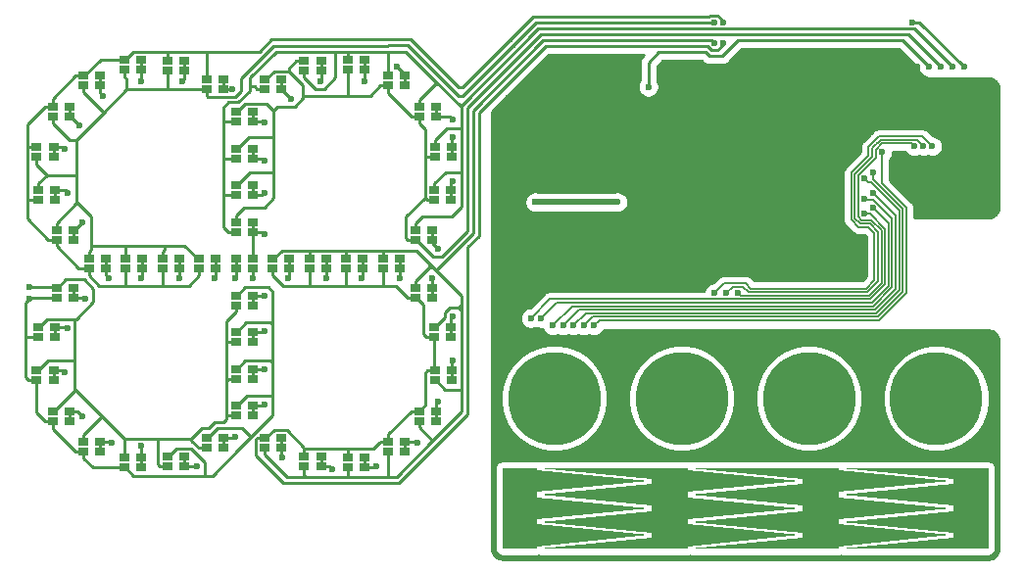
<source format=gbr>
G04 #@! TF.GenerationSoftware,KiCad,Pcbnew,5.0.2+dfsg1-1~bpo9+1*
G04 #@! TF.CreationDate,2019-04-10T20:11:49+03:00*
G04 #@! TF.ProjectId,kicad,6b696361-642e-46b6-9963-61645f706362,rev?*
G04 #@! TF.SameCoordinates,Original*
G04 #@! TF.FileFunction,Copper,L1,Top*
G04 #@! TF.FilePolarity,Positive*
%FSLAX46Y46*%
G04 Gerber Fmt 4.6, Leading zero omitted, Abs format (unit mm)*
G04 Created by KiCad (PCBNEW 5.0.2+dfsg1-1~bpo9+1) date Wed 10 Apr 2019 08:11:49 PM MSK*
%MOMM*%
%LPD*%
G01*
G04 APERTURE LIST*
G04 #@! TA.AperFunction,Conductor*
%ADD10C,8.000000*%
G04 #@! TD*
G04 #@! TA.AperFunction,SMDPad,CuDef*
%ADD11R,0.850000X0.650000*%
G04 #@! TD*
G04 #@! TA.AperFunction,Conductor*
%ADD12C,2.333333*%
G04 #@! TD*
G04 #@! TA.AperFunction,Conductor*
%ADD13C,0.100000*%
G04 #@! TD*
G04 #@! TA.AperFunction,ViaPad*
%ADD14C,0.600000*%
G04 #@! TD*
G04 #@! TA.AperFunction,Conductor*
%ADD15C,0.254000*%
G04 #@! TD*
G04 #@! TA.AperFunction,Conductor*
%ADD16C,0.508000*%
G04 #@! TD*
G04 #@! TA.AperFunction,Conductor*
%ADD17C,0.152400*%
G04 #@! TD*
G04 APERTURE END LIST*
D10*
G04 #@! TO.N,TOUCH_PAD3*
G04 #@! TO.C,TS4*
X183500000Y-115000000D03*
G04 #@! TD*
G04 #@! TO.N,TOUCH_PAD2*
G04 #@! TO.C,TS3*
X172500000Y-115000000D03*
G04 #@! TD*
G04 #@! TO.N,TOUCH_PAD1*
G04 #@! TO.C,TS2*
X161500000Y-115000000D03*
G04 #@! TD*
G04 #@! TO.N,TOUCH_PAD0*
G04 #@! TO.C,TS1*
X150500000Y-115000000D03*
G04 #@! TD*
D11*
G04 #@! TO.P,D49,1*
G04 #@! TO.N,LED_A8*
X122984000Y-102926000D03*
G04 #@! TO.P,D49,2*
X122984000Y-103776000D03*
G04 #@! TO.P,D49,4*
G04 #@! TO.N,LED_K1*
X124434000Y-103776000D03*
G04 #@! TO.P,D49,3*
G04 #@! TO.N,LED_K0*
X124434000Y-102926000D03*
G04 #@! TD*
G04 #@! TO.P,D48,1*
G04 #@! TO.N,LED_A7*
X138492852Y-100426333D03*
G04 #@! TO.P,D48,2*
G04 #@! TO.N,LED_A6*
X138492852Y-101276333D03*
G04 #@! TO.P,D48,4*
G04 #@! TO.N,LED_K11*
X139942852Y-101276333D03*
G04 #@! TO.P,D48,3*
X139942852Y-100426333D03*
G04 #@! TD*
G04 #@! TO.P,D47,1*
G04 #@! TO.N,LED_A5*
X120484333Y-87417147D03*
G04 #@! TO.P,D47,2*
G04 #@! TO.N,LED_A4*
X120484333Y-88267147D03*
G04 #@! TO.P,D47,4*
G04 #@! TO.N,LED_K11*
X121934333Y-88267147D03*
G04 #@! TO.P,D47,3*
X121934333Y-87417147D03*
G04 #@! TD*
G04 #@! TO.P,D46,1*
G04 #@! TO.N,LED_A3*
X107475147Y-105425666D03*
G04 #@! TO.P,D46,2*
G04 #@! TO.N,LED_A2*
X107475147Y-106275666D03*
G04 #@! TO.P,D46,4*
G04 #@! TO.N,LED_K11*
X108925147Y-106275666D03*
G04 #@! TO.P,D46,3*
X108925147Y-105425666D03*
G04 #@! TD*
G04 #@! TO.P,D45,1*
G04 #@! TO.N,LED_A1*
X125483666Y-118434852D03*
G04 #@! TO.P,D45,2*
G04 #@! TO.N,LED_A0*
X125483666Y-119284852D03*
G04 #@! TO.P,D45,4*
G04 #@! TO.N,LED_K11*
X126933666Y-119284852D03*
G04 #@! TO.P,D45,3*
X126933666Y-118434852D03*
G04 #@! TD*
G04 #@! TO.P,D44,1*
G04 #@! TO.N,LED_A7*
X140081919Y-97018568D03*
G04 #@! TO.P,D44,2*
G04 #@! TO.N,LED_A6*
X140081919Y-97868568D03*
G04 #@! TO.P,D44,4*
G04 #@! TO.N,LED_K10*
X141531919Y-97868568D03*
G04 #@! TO.P,D44,3*
X141531919Y-97018568D03*
G04 #@! TD*
G04 #@! TO.P,D43,1*
G04 #@! TO.N,LED_A5*
X117076568Y-85828080D03*
G04 #@! TO.P,D43,2*
G04 #@! TO.N,LED_A4*
X117076568Y-86678080D03*
G04 #@! TO.P,D43,4*
G04 #@! TO.N,LED_K10*
X118526568Y-86678080D03*
G04 #@! TO.P,D43,3*
X118526568Y-85828080D03*
G04 #@! TD*
G04 #@! TO.P,D42,1*
G04 #@! TO.N,LED_A3*
X105886080Y-108833431D03*
G04 #@! TO.P,D42,2*
G04 #@! TO.N,LED_A2*
X105886080Y-109683431D03*
G04 #@! TO.P,D42,4*
G04 #@! TO.N,LED_K10*
X107336080Y-109683431D03*
G04 #@! TO.P,D42,3*
X107336080Y-108833431D03*
G04 #@! TD*
G04 #@! TO.P,D41,1*
G04 #@! TO.N,LED_A1*
X128891431Y-120023919D03*
G04 #@! TO.P,D41,2*
G04 #@! TO.N,LED_A0*
X128891431Y-120873919D03*
G04 #@! TO.P,D41,4*
G04 #@! TO.N,LED_K10*
X130341431Y-120873919D03*
G04 #@! TO.P,D41,3*
X130341431Y-120023919D03*
G04 #@! TD*
G04 #@! TO.P,D40,1*
G04 #@! TO.N,LED_A7*
X140191279Y-93260107D03*
G04 #@! TO.P,D40,2*
G04 #@! TO.N,LED_A6*
X140191279Y-94110107D03*
G04 #@! TO.P,D40,4*
G04 #@! TO.N,LED_K9*
X141641279Y-94110107D03*
G04 #@! TO.P,D40,3*
X141641279Y-93260107D03*
G04 #@! TD*
G04 #@! TO.P,D39,1*
G04 #@! TO.N,LED_A5*
X113318107Y-85718720D03*
G04 #@! TO.P,D39,2*
G04 #@! TO.N,LED_A4*
X113318107Y-86568720D03*
G04 #@! TO.P,D39,4*
G04 #@! TO.N,LED_K9*
X114768107Y-86568720D03*
G04 #@! TO.P,D39,3*
X114768107Y-85718720D03*
G04 #@! TD*
G04 #@! TO.P,D38,1*
G04 #@! TO.N,LED_A3*
X105776720Y-112591892D03*
G04 #@! TO.P,D38,2*
G04 #@! TO.N,LED_A2*
X105776720Y-113441892D03*
G04 #@! TO.P,D38,4*
G04 #@! TO.N,LED_K9*
X107226720Y-113441892D03*
G04 #@! TO.P,D38,3*
X107226720Y-112591892D03*
G04 #@! TD*
G04 #@! TO.P,D37,1*
G04 #@! TO.N,LED_A1*
X132649892Y-120133279D03*
G04 #@! TO.P,D37,2*
G04 #@! TO.N,LED_A0*
X132649892Y-120983279D03*
G04 #@! TO.P,D37,4*
G04 #@! TO.N,LED_K9*
X134099892Y-120983279D03*
G04 #@! TO.P,D37,3*
X134099892Y-120133279D03*
G04 #@! TD*
G04 #@! TO.P,D36,1*
G04 #@! TO.N,LED_A7*
X138803045Y-89765712D03*
G04 #@! TO.P,D36,2*
G04 #@! TO.N,LED_A6*
X138803045Y-90615712D03*
G04 #@! TO.P,D36,4*
G04 #@! TO.N,LED_K8*
X140253045Y-90615712D03*
G04 #@! TO.P,D36,3*
X140253045Y-89765712D03*
G04 #@! TD*
G04 #@! TO.P,D35,1*
G04 #@! TO.N,LED_A5*
X109823712Y-87106954D03*
G04 #@! TO.P,D35,2*
G04 #@! TO.N,LED_A4*
X109823712Y-87956954D03*
G04 #@! TO.P,D35,4*
G04 #@! TO.N,LED_K8*
X111273712Y-87956954D03*
G04 #@! TO.P,D35,3*
X111273712Y-87106954D03*
G04 #@! TD*
G04 #@! TO.P,D34,1*
G04 #@! TO.N,LED_A3*
X107164954Y-116086287D03*
G04 #@! TO.P,D34,2*
G04 #@! TO.N,LED_A2*
X107164954Y-116936287D03*
G04 #@! TO.P,D34,4*
G04 #@! TO.N,LED_K8*
X108614954Y-116936287D03*
G04 #@! TO.P,D34,3*
X108614954Y-116086287D03*
G04 #@! TD*
G04 #@! TO.P,D33,1*
G04 #@! TO.N,LED_A1*
X136144287Y-118745045D03*
G04 #@! TO.P,D33,2*
G04 #@! TO.N,LED_A0*
X136144287Y-119595045D03*
G04 #@! TO.P,D33,4*
G04 #@! TO.N,LED_K8*
X137594287Y-119595045D03*
G04 #@! TO.P,D33,3*
X137594287Y-118745045D03*
G04 #@! TD*
G04 #@! TO.P,D32,1*
G04 #@! TO.N,LED_A7*
X136144287Y-87106954D03*
G04 #@! TO.P,D32,2*
G04 #@! TO.N,LED_A6*
X136144287Y-87956954D03*
G04 #@! TO.P,D32,4*
G04 #@! TO.N,LED_K7*
X137594287Y-87956954D03*
G04 #@! TO.P,D32,3*
X137594287Y-87106954D03*
G04 #@! TD*
G04 #@! TO.P,D31,1*
G04 #@! TO.N,LED_A5*
X107164954Y-89765712D03*
G04 #@! TO.P,D31,2*
G04 #@! TO.N,LED_A4*
X107164954Y-90615712D03*
G04 #@! TO.P,D31,4*
G04 #@! TO.N,LED_K7*
X108614954Y-90615712D03*
G04 #@! TO.P,D31,3*
X108614954Y-89765712D03*
G04 #@! TD*
G04 #@! TO.P,D30,1*
G04 #@! TO.N,LED_A3*
X109823712Y-118745045D03*
G04 #@! TO.P,D30,2*
G04 #@! TO.N,LED_A2*
X109823712Y-119595045D03*
G04 #@! TO.P,D30,4*
G04 #@! TO.N,LED_K7*
X111273712Y-119595045D03*
G04 #@! TO.P,D30,3*
X111273712Y-118745045D03*
G04 #@! TD*
G04 #@! TO.P,D29,1*
G04 #@! TO.N,LED_A1*
X138803045Y-116086287D03*
G04 #@! TO.P,D29,2*
G04 #@! TO.N,LED_A0*
X138803045Y-116936287D03*
G04 #@! TO.P,D29,4*
G04 #@! TO.N,LED_K7*
X140253045Y-116936287D03*
G04 #@! TO.P,D29,3*
X140253045Y-116086287D03*
G04 #@! TD*
G04 #@! TO.P,D28,1*
G04 #@! TO.N,LED_A7*
X132649892Y-85718720D03*
G04 #@! TO.P,D28,2*
G04 #@! TO.N,LED_A6*
X132649892Y-86568720D03*
G04 #@! TO.P,D28,4*
G04 #@! TO.N,LED_K6*
X134099892Y-86568720D03*
G04 #@! TO.P,D28,3*
X134099892Y-85718720D03*
G04 #@! TD*
G04 #@! TO.P,D27,1*
G04 #@! TO.N,LED_A5*
X105776720Y-93260107D03*
G04 #@! TO.P,D27,2*
G04 #@! TO.N,LED_A4*
X105776720Y-94110107D03*
G04 #@! TO.P,D27,4*
G04 #@! TO.N,LED_K6*
X107226720Y-94110107D03*
G04 #@! TO.P,D27,3*
X107226720Y-93260107D03*
G04 #@! TD*
G04 #@! TO.P,D26,1*
G04 #@! TO.N,LED_A3*
X113318107Y-120133279D03*
G04 #@! TO.P,D26,2*
G04 #@! TO.N,LED_A2*
X113318107Y-120983279D03*
G04 #@! TO.P,D26,4*
G04 #@! TO.N,LED_K6*
X114768107Y-120983279D03*
G04 #@! TO.P,D26,3*
X114768107Y-120133279D03*
G04 #@! TD*
G04 #@! TO.P,D25,1*
G04 #@! TO.N,LED_A1*
X140191279Y-112591892D03*
G04 #@! TO.P,D25,2*
G04 #@! TO.N,LED_A0*
X140191279Y-113441892D03*
G04 #@! TO.P,D25,4*
G04 #@! TO.N,LED_K6*
X141641279Y-113441892D03*
G04 #@! TO.P,D25,3*
X141641279Y-112591892D03*
G04 #@! TD*
G04 #@! TO.P,D24,1*
G04 #@! TO.N,LED_A6*
X128891431Y-85828080D03*
G04 #@! TO.P,D24,2*
G04 #@! TO.N,LED_A7*
X128891431Y-86678080D03*
G04 #@! TO.P,D24,4*
G04 #@! TO.N,LED_K5*
X130341431Y-86678080D03*
G04 #@! TO.P,D24,3*
X130341431Y-85828080D03*
G04 #@! TD*
G04 #@! TO.P,D23,1*
G04 #@! TO.N,LED_A4*
X105886080Y-97018568D03*
G04 #@! TO.P,D23,2*
G04 #@! TO.N,LED_A5*
X105886080Y-97868568D03*
G04 #@! TO.P,D23,4*
G04 #@! TO.N,LED_K5*
X107336080Y-97868568D03*
G04 #@! TO.P,D23,3*
X107336080Y-97018568D03*
G04 #@! TD*
G04 #@! TO.P,D22,1*
G04 #@! TO.N,LED_A2*
X117076568Y-120023919D03*
G04 #@! TO.P,D22,2*
G04 #@! TO.N,LED_A3*
X117076568Y-120873919D03*
G04 #@! TO.P,D22,4*
G04 #@! TO.N,LED_K5*
X118526568Y-120873919D03*
G04 #@! TO.P,D22,3*
X118526568Y-120023919D03*
G04 #@! TD*
G04 #@! TO.P,D21,1*
G04 #@! TO.N,LED_A0*
X140081919Y-108833431D03*
G04 #@! TO.P,D21,2*
G04 #@! TO.N,LED_A1*
X140081919Y-109683431D03*
G04 #@! TO.P,D21,4*
G04 #@! TO.N,LED_K5*
X141531919Y-109683431D03*
G04 #@! TO.P,D21,3*
X141531919Y-108833431D03*
G04 #@! TD*
G04 #@! TO.P,D20,1*
G04 #@! TO.N,LED_A6*
X125483666Y-87417147D03*
G04 #@! TO.P,D20,2*
G04 #@! TO.N,LED_A7*
X125483666Y-88267147D03*
G04 #@! TO.P,D20,4*
G04 #@! TO.N,LED_K4*
X126933666Y-88267147D03*
G04 #@! TO.P,D20,3*
X126933666Y-87417147D03*
G04 #@! TD*
G04 #@! TO.P,D19,1*
G04 #@! TO.N,LED_A4*
X107475147Y-100426333D03*
G04 #@! TO.P,D19,2*
G04 #@! TO.N,LED_A5*
X107475147Y-101276333D03*
G04 #@! TO.P,D19,4*
G04 #@! TO.N,LED_K4*
X108925147Y-101276333D03*
G04 #@! TO.P,D19,3*
X108925147Y-100426333D03*
G04 #@! TD*
G04 #@! TO.P,D18,1*
G04 #@! TO.N,LED_A2*
X120484333Y-118434852D03*
G04 #@! TO.P,D18,2*
G04 #@! TO.N,LED_A3*
X120484333Y-119284852D03*
G04 #@! TO.P,D18,4*
G04 #@! TO.N,LED_K4*
X121934333Y-119284852D03*
G04 #@! TO.P,D18,3*
X121934333Y-118434852D03*
G04 #@! TD*
G04 #@! TO.P,D17,1*
G04 #@! TO.N,LED_A0*
X138492852Y-105425666D03*
G04 #@! TO.P,D17,2*
G04 #@! TO.N,LED_A1*
X138492852Y-106275666D03*
G04 #@! TO.P,D17,4*
G04 #@! TO.N,LED_K4*
X139942852Y-106275666D03*
G04 #@! TO.P,D17,3*
X139942852Y-105425666D03*
G04 #@! TD*
G04 #@! TO.P,D16,1*
G04 #@! TO.N,LED_A6*
X122984000Y-90226000D03*
G04 #@! TO.P,D16,2*
G04 #@! TO.N,LED_A7*
X122984000Y-91076000D03*
G04 #@! TO.P,D16,4*
G04 #@! TO.N,LED_K3*
X124434000Y-91076000D03*
G04 #@! TO.P,D16,3*
X124434000Y-90226000D03*
G04 #@! TD*
G04 #@! TO.P,D15,1*
G04 #@! TO.N,LED_A4*
X110284000Y-102926000D03*
G04 #@! TO.P,D15,2*
G04 #@! TO.N,LED_A5*
X110284000Y-103776000D03*
G04 #@! TO.P,D15,4*
G04 #@! TO.N,LED_K3*
X111734000Y-103776000D03*
G04 #@! TO.P,D15,3*
X111734000Y-102926000D03*
G04 #@! TD*
G04 #@! TO.P,D14,1*
G04 #@! TO.N,LED_A2*
X122984000Y-115626000D03*
G04 #@! TO.P,D14,2*
G04 #@! TO.N,LED_A3*
X122984000Y-116476000D03*
G04 #@! TO.P,D14,4*
G04 #@! TO.N,LED_K3*
X124434000Y-116476000D03*
G04 #@! TO.P,D14,3*
X124434000Y-115626000D03*
G04 #@! TD*
G04 #@! TO.P,D13,1*
G04 #@! TO.N,LED_A0*
X135684000Y-102926000D03*
G04 #@! TO.P,D13,2*
G04 #@! TO.N,LED_A1*
X135684000Y-103776000D03*
G04 #@! TO.P,D13,4*
G04 #@! TO.N,LED_K3*
X137134000Y-103776000D03*
G04 #@! TO.P,D13,3*
X137134000Y-102926000D03*
G04 #@! TD*
G04 #@! TO.P,D12,1*
G04 #@! TO.N,LED_A6*
X122984000Y-93401000D03*
G04 #@! TO.P,D12,2*
G04 #@! TO.N,LED_A7*
X122984000Y-94251000D03*
G04 #@! TO.P,D12,4*
G04 #@! TO.N,LED_K2*
X124434000Y-94251000D03*
G04 #@! TO.P,D12,3*
X124434000Y-93401000D03*
G04 #@! TD*
G04 #@! TO.P,D11,1*
G04 #@! TO.N,LED_A4*
X113459000Y-102926000D03*
G04 #@! TO.P,D11,2*
G04 #@! TO.N,LED_A5*
X113459000Y-103776000D03*
G04 #@! TO.P,D11,4*
G04 #@! TO.N,LED_K2*
X114909000Y-103776000D03*
G04 #@! TO.P,D11,3*
X114909000Y-102926000D03*
G04 #@! TD*
G04 #@! TO.P,D10,1*
G04 #@! TO.N,LED_A2*
X122984000Y-112450999D03*
G04 #@! TO.P,D10,2*
G04 #@! TO.N,LED_A3*
X122984000Y-113300999D03*
G04 #@! TO.P,D10,4*
G04 #@! TO.N,LED_K2*
X124434000Y-113300999D03*
G04 #@! TO.P,D10,3*
X124434000Y-112450999D03*
G04 #@! TD*
G04 #@! TO.P,D9,1*
G04 #@! TO.N,LED_A0*
X132509000Y-102926000D03*
G04 #@! TO.P,D9,2*
G04 #@! TO.N,LED_A1*
X132509000Y-103776000D03*
G04 #@! TO.P,D9,4*
G04 #@! TO.N,LED_K2*
X133959000Y-103776000D03*
G04 #@! TO.P,D9,3*
X133959000Y-102926000D03*
G04 #@! TD*
G04 #@! TO.P,D8,1*
G04 #@! TO.N,LED_A6*
X122984000Y-96576000D03*
G04 #@! TO.P,D8,2*
G04 #@! TO.N,LED_A7*
X122984000Y-97426000D03*
G04 #@! TO.P,D8,4*
G04 #@! TO.N,LED_K1*
X124434000Y-97426000D03*
G04 #@! TO.P,D8,3*
X124434000Y-96576000D03*
G04 #@! TD*
G04 #@! TO.P,D7,1*
G04 #@! TO.N,LED_A4*
X116634000Y-102926000D03*
G04 #@! TO.P,D7,2*
G04 #@! TO.N,LED_A5*
X116634000Y-103776000D03*
G04 #@! TO.P,D7,4*
G04 #@! TO.N,LED_K1*
X118084000Y-103776000D03*
G04 #@! TO.P,D7,3*
X118084000Y-102926000D03*
G04 #@! TD*
G04 #@! TO.P,D6,1*
G04 #@! TO.N,LED_A2*
X122984000Y-109276000D03*
G04 #@! TO.P,D6,2*
G04 #@! TO.N,LED_A3*
X122984000Y-110126000D03*
G04 #@! TO.P,D6,4*
G04 #@! TO.N,LED_K1*
X124434000Y-110126000D03*
G04 #@! TO.P,D6,3*
X124434000Y-109276000D03*
G04 #@! TD*
G04 #@! TO.P,D5,1*
G04 #@! TO.N,LED_A0*
X129334000Y-102926000D03*
G04 #@! TO.P,D5,2*
G04 #@! TO.N,LED_A1*
X129334000Y-103776000D03*
G04 #@! TO.P,D5,4*
G04 #@! TO.N,LED_K1*
X130784000Y-103776000D03*
G04 #@! TO.P,D5,3*
X130784000Y-102926000D03*
G04 #@! TD*
G04 #@! TO.P,D4,1*
G04 #@! TO.N,LED_A6*
X122984000Y-99751000D03*
G04 #@! TO.P,D4,2*
G04 #@! TO.N,LED_A7*
X122984000Y-100601000D03*
G04 #@! TO.P,D4,4*
G04 #@! TO.N,LED_K0*
X124434000Y-100601000D03*
G04 #@! TO.P,D4,3*
X124434000Y-99751000D03*
G04 #@! TD*
G04 #@! TO.P,D3,1*
G04 #@! TO.N,LED_A4*
X119809000Y-102926000D03*
G04 #@! TO.P,D3,2*
G04 #@! TO.N,LED_A5*
X119809000Y-103776000D03*
G04 #@! TO.P,D3,4*
G04 #@! TO.N,LED_K0*
X121259000Y-103776000D03*
G04 #@! TO.P,D3,3*
X121259000Y-102926000D03*
G04 #@! TD*
G04 #@! TO.P,D2,1*
G04 #@! TO.N,LED_A2*
X122984000Y-106101000D03*
G04 #@! TO.P,D2,2*
G04 #@! TO.N,LED_A3*
X122984000Y-106951000D03*
G04 #@! TO.P,D2,4*
G04 #@! TO.N,LED_K0*
X124434000Y-106951000D03*
G04 #@! TO.P,D2,3*
X124434000Y-106101000D03*
G04 #@! TD*
G04 #@! TO.P,D1,1*
G04 #@! TO.N,LED_A0*
X126159000Y-102926000D03*
G04 #@! TO.P,D1,2*
G04 #@! TO.N,LED_A1*
X126159000Y-103776000D03*
G04 #@! TO.P,D1,4*
G04 #@! TO.N,LED_K0*
X127609000Y-103776000D03*
G04 #@! TO.P,D1,3*
X127609000Y-102926000D03*
G04 #@! TD*
D12*
G04 #@! TO.N,N$20*
G04 #@! TO.C,TS5*
X147500000Y-124500000D03*
D13*
G36*
X149000000Y-121229421D02*
X158640237Y-122166667D01*
X149000000Y-123103912D01*
X149000000Y-123562755D01*
X158640237Y-124500000D01*
X149000000Y-125437245D01*
X149000000Y-125896088D01*
X158640237Y-126833333D01*
X149000000Y-127770579D01*
X149000000Y-128000000D01*
X146000000Y-128000000D01*
X146000000Y-121000000D01*
X149000000Y-121000000D01*
X149000000Y-121229421D01*
X149000000Y-121229421D01*
G37*
D12*
G04 #@! TO.N,N$21*
X160476341Y-124500000D03*
D13*
G36*
X162047319Y-121229421D02*
X171687555Y-122166667D01*
X162047319Y-123103912D01*
X162047319Y-123562755D01*
X171687555Y-124500000D01*
X162047319Y-125437245D01*
X162047319Y-125896088D01*
X171687555Y-126833333D01*
X162047319Y-127770579D01*
X162047319Y-128000000D01*
X149265127Y-128000000D01*
X158905363Y-127062755D01*
X158905363Y-126603912D01*
X149265127Y-125666667D01*
X158905363Y-124729421D01*
X158905363Y-124270579D01*
X149265127Y-123333333D01*
X158905363Y-122396088D01*
X158905363Y-121937245D01*
X149265127Y-121000000D01*
X162047319Y-121000000D01*
X162047319Y-121229421D01*
X162047319Y-121229421D01*
G37*
D12*
G04 #@! TO.N,N$22*
X173523659Y-124500000D03*
D13*
G36*
X175094637Y-121229421D02*
X184734873Y-122166667D01*
X175094637Y-123103912D01*
X175094637Y-123562755D01*
X184734873Y-124500000D01*
X175094637Y-125437245D01*
X175094637Y-125896088D01*
X184734873Y-126833333D01*
X175094637Y-127770579D01*
X175094637Y-128000000D01*
X162312445Y-128000000D01*
X171952681Y-127062755D01*
X171952681Y-126603912D01*
X162312445Y-125666667D01*
X171952681Y-124729421D01*
X171952681Y-124270579D01*
X162312445Y-123333333D01*
X171952681Y-122396088D01*
X171952681Y-121937245D01*
X162312445Y-121000000D01*
X175094637Y-121000000D01*
X175094637Y-121229421D01*
X175094637Y-121229421D01*
G37*
D12*
G04 #@! TO.N,N$23*
X186500000Y-124500000D03*
D13*
G36*
X188000000Y-128000000D02*
X175359763Y-128000000D01*
X185000000Y-127062755D01*
X185000000Y-126603912D01*
X175359763Y-125666667D01*
X185000000Y-124729421D01*
X185000000Y-124270579D01*
X175359763Y-123333333D01*
X185000000Y-122396088D01*
X185000000Y-121937245D01*
X175359763Y-121000000D01*
X188000000Y-121000000D01*
X188000000Y-128000000D01*
X188000000Y-128000000D01*
G37*
G04 #@! TD*
D14*
G04 #@! TO.N,LED_K0*
X125501800Y-106095000D03*
X125451000Y-100761000D03*
X121133000Y-104571000D03*
X127483000Y-104571000D03*
G04 #@! TO.N,LED_K1*
X130785000Y-104571000D03*
X125451000Y-109143000D03*
X118085000Y-104571000D03*
X124435000Y-104571000D03*
X125451000Y-97205000D03*
G04 #@! TO.N,LED_A0*
X164338000Y-84328000D03*
G04 #@! TO.N,LED_K3*
X137135000Y-104571000D03*
X125451000Y-115493000D03*
X125451000Y-91109000D03*
X111989000Y-104571000D03*
G04 #@! TO.N,LED_K2*
X133833000Y-104571000D03*
X125451000Y-112445000D03*
X125451000Y-94411000D03*
X114783000Y-104571000D03*
G04 #@! TO.N,LED_K4*
X139929000Y-104571000D03*
X127737000Y-89077000D03*
X109703000Y-99745000D03*
X122911000Y-118287000D03*
G04 #@! TO.N,LED_K5*
X130277000Y-87553000D03*
X141707000Y-107873000D03*
X108433000Y-97205000D03*
X119609000Y-120827000D03*
G04 #@! TO.N,LED_K7*
X140437000Y-115239000D03*
X109449000Y-91363000D03*
X112243000Y-118795000D03*
X136881000Y-86283000D03*
G04 #@! TO.N,LED_K6*
X134087000Y-87553000D03*
X141707000Y-111683000D03*
X108179000Y-93395000D03*
X114783000Y-119049000D03*
G04 #@! TO.N,LED_K8*
X111481000Y-88823000D03*
X138659000Y-118795000D03*
X109703000Y-116509000D03*
X141707000Y-90855000D03*
G04 #@! TO.N,LED_A1*
X165100000Y-84328000D03*
G04 #@! TO.N,LED_A2*
X105140561Y-106426000D03*
G04 #@! TO.N,LED_A3*
X105140561Y-105410000D03*
G04 #@! TO.N,LED_A4*
X164338000Y-82478600D03*
G04 #@! TO.N,LED_A5*
X165100000Y-82478600D03*
G04 #@! TO.N,LED_A6*
X183896000Y-86360000D03*
G04 #@! TO.N,LED_A7*
X184912000Y-86360000D03*
G04 #@! TO.N,LED_A8*
X122911000Y-104571000D03*
X158623000Y-88074500D03*
X182880000Y-86360000D03*
G04 #@! TO.N,VDD*
X155956691Y-98043309D03*
X148844000Y-98044000D03*
G04 #@! TO.N,GND*
X146558000Y-93599000D03*
X146558000Y-92075000D03*
X146558000Y-90551000D03*
X146558000Y-89027000D03*
X173990000Y-91186000D03*
X169418000Y-95560000D03*
X145732500Y-107188000D03*
X177927000Y-85344000D03*
X181864000Y-86360000D03*
X176022000Y-104521000D03*
X146558000Y-94361000D03*
X146558000Y-92837000D03*
X146558000Y-91313000D03*
X146558000Y-89789000D03*
X183896000Y-94742000D03*
X183896000Y-97536000D03*
X183896000Y-96139000D03*
X176784000Y-93599000D03*
G04 #@! TO.N,N$13*
X178816000Y-93726000D03*
X153924000Y-108712000D03*
G04 #@! TO.N,N$14*
X177292000Y-97790000D03*
X150368000Y-108712000D03*
G04 #@! TO.N,N$5*
X185928000Y-86360000D03*
X181400000Y-82478600D03*
G04 #@! TO.N,N$19*
X177292000Y-96012000D03*
X152146000Y-108712000D03*
G04 #@! TO.N,N$20*
X146304000Y-121285000D03*
G04 #@! TO.N,N$16*
X178054000Y-98552000D03*
X149352000Y-108077000D03*
G04 #@! TO.N,N$15*
X178054000Y-97282000D03*
X151257000Y-108712000D03*
G04 #@! TO.N,N$17*
X177292000Y-99060000D03*
X148463000Y-108077000D03*
G04 #@! TO.N,N$18*
X178054000Y-95504000D03*
X153035000Y-108712000D03*
G04 #@! TO.N,TOUCH_PAD0*
X150500000Y-111500000D03*
G04 #@! TO.N,TOUCH_PAD1*
X161500000Y-111500000D03*
G04 #@! TO.N,TOUCH_PAD2*
X172500000Y-111500000D03*
G04 #@! TO.N,TOUCH_PAD3*
X183500000Y-111500000D03*
G04 #@! TO.N,N$21*
X160528000Y-121285000D03*
G04 #@! TO.N,N$22*
X173609000Y-121285000D03*
G04 #@! TO.N,N$23*
X187706000Y-121285000D03*
G04 #@! TO.N,N$8*
X166346043Y-105873443D03*
X181610000Y-93218000D03*
G04 #@! TO.N,N$10*
X165354000Y-105897400D03*
X182372000Y-93218000D03*
G04 #@! TO.N,N$9*
X164338000Y-105897400D03*
X183134000Y-93218000D03*
G04 #@! TO.N,LED_K9*
X141707000Y-92379000D03*
X108179000Y-112699000D03*
X114783000Y-87553000D03*
X135103000Y-120827000D03*
G04 #@! TO.N,LED_K10*
X141707000Y-96189000D03*
X108433000Y-108889000D03*
X118339000Y-87553000D03*
X131293000Y-121081000D03*
G04 #@! TO.N,LED_K11*
X109957000Y-106349000D03*
X126975000Y-120065000D03*
X140437000Y-102031000D03*
X122682000Y-88234000D03*
G04 #@! TD*
D15*
G04 #@! TO.N,LED_K0*
X124434000Y-99751000D02*
X124434000Y-100601000D01*
X121259000Y-102926000D02*
X121259000Y-103776000D01*
X127609000Y-102926000D02*
X127609000Y-103776000D01*
X124434000Y-106101000D02*
X124434000Y-106951000D01*
X125495800Y-106101000D02*
X125501800Y-106095000D01*
X124434000Y-106101000D02*
X125495800Y-106101000D01*
X125291000Y-100601000D02*
X125451000Y-100761000D01*
X124434000Y-100601000D02*
X125291000Y-100601000D01*
X121259000Y-104445000D02*
X121133000Y-104571000D01*
X121259000Y-103776000D02*
X121259000Y-104445000D01*
X127609000Y-104445000D02*
X127483000Y-104571000D01*
X127609000Y-103776000D02*
X127609000Y-104445000D01*
X124434000Y-102926000D02*
X124434000Y-100601000D01*
G04 #@! TO.N,LED_K1*
X130784000Y-102926000D02*
X130784000Y-103776000D01*
X130784000Y-104570000D02*
X130785000Y-104571000D01*
X130784000Y-103776000D02*
X130784000Y-104570000D01*
X124434000Y-110126000D02*
X124434000Y-109276000D01*
X125318000Y-109276000D02*
X125451000Y-109143000D01*
X124434000Y-109276000D02*
X125318000Y-109276000D01*
X124434000Y-96576000D02*
X124434000Y-97426000D01*
X118084000Y-102926000D02*
X118084000Y-103776000D01*
X118084000Y-104570000D02*
X118085000Y-104571000D01*
X118084000Y-103776000D02*
X118084000Y-104570000D01*
X124434000Y-104570000D02*
X124435000Y-104571000D01*
X124434000Y-103776000D02*
X124434000Y-104570000D01*
X125230000Y-97426000D02*
X125451000Y-97205000D01*
X124434000Y-97426000D02*
X125230000Y-97426000D01*
G04 #@! TO.N,LED_A0*
X126159000Y-102926000D02*
X126259000Y-102926000D01*
X126259000Y-102926000D02*
X126965001Y-102219999D01*
X129461001Y-102219999D02*
X129515000Y-102219999D01*
X129334000Y-102347000D02*
X129461001Y-102219999D01*
X132563000Y-102293000D02*
X132563000Y-102219999D01*
X132509000Y-102347000D02*
X132563000Y-102293000D01*
X132381999Y-102219999D02*
X132309000Y-102219999D01*
X132509000Y-102347000D02*
X132381999Y-102219999D01*
X129515000Y-102219999D02*
X132309000Y-102219999D01*
X132309000Y-102219999D02*
X132563000Y-102219999D01*
X129206999Y-102219999D02*
X129007000Y-102219999D01*
X129334000Y-102347000D02*
X129206999Y-102219999D01*
X126965001Y-102219999D02*
X129007000Y-102219999D01*
X129334000Y-102926000D02*
X129334000Y-102347000D01*
X129007000Y-102219999D02*
X129515000Y-102219999D01*
X132509000Y-102347000D02*
X132636001Y-102219999D01*
X132509000Y-102926000D02*
X132509000Y-102347000D01*
X132563000Y-102219999D02*
X132817000Y-102219999D01*
X132636001Y-102219999D02*
X132817000Y-102219999D01*
X135611000Y-102274000D02*
X135611000Y-102219999D01*
X135684000Y-102347000D02*
X135611000Y-102274000D01*
X132817000Y-102219999D02*
X135611000Y-102219999D01*
X135811001Y-102219999D02*
X135865000Y-102219999D01*
X135684000Y-102347000D02*
X135811001Y-102219999D01*
X135684000Y-102926000D02*
X135684000Y-102347000D01*
X135611000Y-102219999D02*
X135865000Y-102219999D01*
X135865000Y-102219999D02*
X138585881Y-102219999D01*
X139784518Y-103555000D02*
X139920882Y-103555000D01*
X138492852Y-105425666D02*
X138492852Y-104846666D01*
X141023909Y-107548209D02*
X141461118Y-107111000D01*
X141023909Y-107991441D02*
X141023909Y-107548209D01*
X140081919Y-108833431D02*
X140181919Y-108833431D01*
X140181919Y-108833431D02*
X141023909Y-107991441D01*
X142215000Y-107111000D02*
X142469000Y-106857000D01*
X141961000Y-107111000D02*
X142215000Y-107111000D01*
X142469000Y-106857000D02*
X142469000Y-107111000D01*
X141461118Y-107111000D02*
X141961000Y-107111000D01*
X141961000Y-107111000D02*
X142469000Y-107111000D01*
X142469000Y-106103118D02*
X142469000Y-106857000D01*
X142469000Y-107365000D02*
X142215000Y-107111000D01*
X142469000Y-107111000D02*
X142469000Y-107365000D01*
X139675000Y-103664518D02*
X139675000Y-103309118D01*
X139675000Y-103664518D02*
X139784518Y-103555000D01*
X138492852Y-104846666D02*
X139675000Y-103664518D01*
X138585881Y-102219999D02*
X139675000Y-103309118D01*
X139675000Y-103309118D02*
X139920882Y-103555000D01*
X140030400Y-103664518D02*
X140183000Y-103817118D01*
X139675000Y-103664518D02*
X140030400Y-103664518D01*
X140183000Y-103817118D02*
X142469000Y-106103118D01*
X139920882Y-103555000D02*
X140183000Y-103817118D01*
X127381815Y-121762001D02*
X125483666Y-119863852D01*
X125483666Y-119863852D02*
X125483666Y-119284852D01*
X141072387Y-114223000D02*
X142469000Y-114223000D01*
X140291279Y-113441892D02*
X141072387Y-114223000D01*
X140191279Y-113441892D02*
X140291279Y-113441892D01*
X142469000Y-107365000D02*
X142469000Y-114223000D01*
X142469000Y-114223000D02*
X142469000Y-116156134D01*
X139929000Y-118641242D02*
X139929000Y-118696134D01*
X138803045Y-117515287D02*
X139929000Y-118641242D01*
X138803045Y-116936287D02*
X138803045Y-117515287D01*
X139929000Y-118696134D02*
X136863133Y-121762001D01*
X142469000Y-116156134D02*
X139929000Y-118696134D01*
X136144287Y-119595045D02*
X136144287Y-121736714D01*
X136144287Y-121736714D02*
X136119000Y-121762001D01*
X136863133Y-121762001D02*
X136119000Y-121762001D01*
X132649892Y-120983279D02*
X132649892Y-121562279D01*
X132649892Y-121562279D02*
X132649892Y-121594893D01*
X132817000Y-121762001D02*
X132563000Y-121762001D01*
X136119000Y-121762001D02*
X132817000Y-121762001D01*
X132649892Y-121675109D02*
X132563000Y-121762001D01*
X132649892Y-121562279D02*
X132649892Y-121675109D01*
X128891431Y-121646432D02*
X129007000Y-121762001D01*
X128891431Y-120873919D02*
X128891431Y-121646432D01*
X129007000Y-121762001D02*
X127381815Y-121762001D01*
X132563000Y-121762001D02*
X129007000Y-121762001D01*
X164337960Y-84328000D02*
X164338000Y-84328000D01*
X164083980Y-84074020D02*
X164337960Y-84328000D01*
X140183000Y-103817118D02*
X140377198Y-103817118D01*
X140377198Y-103817118D02*
X143463300Y-100731016D01*
X143463300Y-100731016D02*
X143463300Y-90129568D01*
X149518848Y-84074020D02*
X164083980Y-84074020D01*
X143463300Y-90129568D02*
X149518848Y-84074020D01*
G04 #@! TO.N,LED_K3*
X137134000Y-102926000D02*
X137134000Y-103776000D01*
X137134000Y-104570000D02*
X137135000Y-104571000D01*
X137134000Y-103776000D02*
X137134000Y-104570000D01*
X124434000Y-116476000D02*
X124434000Y-115626000D01*
X125318000Y-115626000D02*
X125451000Y-115493000D01*
X124434000Y-115626000D02*
X125318000Y-115626000D01*
X124434000Y-90226000D02*
X124434000Y-91076000D01*
X125418000Y-91076000D02*
X125451000Y-91109000D01*
X124434000Y-91076000D02*
X125418000Y-91076000D01*
X111734000Y-102926000D02*
X111734000Y-103776000D01*
X111734000Y-104316000D02*
X111989000Y-104571000D01*
X111734000Y-103776000D02*
X111734000Y-104316000D01*
G04 #@! TO.N,LED_K2*
X133959000Y-102926000D02*
X133959000Y-103776000D01*
X133959000Y-104445000D02*
X133833000Y-104571000D01*
X133959000Y-103776000D02*
X133959000Y-104445000D01*
X124434000Y-113300999D02*
X124434000Y-112450999D01*
X125445001Y-112450999D02*
X125451000Y-112445000D01*
X124434000Y-112450999D02*
X125445001Y-112450999D01*
X124434000Y-93401000D02*
X124434000Y-94251000D01*
X125291000Y-94251000D02*
X125451000Y-94411000D01*
X124434000Y-94251000D02*
X125291000Y-94251000D01*
X114909000Y-102926000D02*
X114909000Y-103776000D01*
X114909000Y-104445000D02*
X114783000Y-104571000D01*
X114909000Y-103776000D02*
X114909000Y-104445000D01*
G04 #@! TO.N,LED_K4*
X139942852Y-106275666D02*
X139942852Y-105425666D01*
X139942852Y-104584852D02*
X139929000Y-104571000D01*
X139942852Y-105425666D02*
X139942852Y-104584852D01*
X126933666Y-87417147D02*
X126933666Y-88267147D01*
X126933666Y-88273666D02*
X127737000Y-89077000D01*
X126933666Y-88267147D02*
X126933666Y-88273666D01*
X121934333Y-118434852D02*
X121934333Y-119284852D01*
X108925147Y-101276333D02*
X108925147Y-100426333D01*
X109021667Y-100426333D02*
X109703000Y-99745000D01*
X108925147Y-100426333D02*
X109021667Y-100426333D01*
X122763148Y-118434852D02*
X122911000Y-118287000D01*
X121934333Y-118434852D02*
X122763148Y-118434852D01*
G04 #@! TO.N,LED_K5*
X130341431Y-85828080D02*
X130341431Y-86678080D01*
X141531919Y-109683431D02*
X141531919Y-108833431D01*
X118526568Y-120023919D02*
X118526568Y-120873919D01*
X141531919Y-108048081D02*
X141707000Y-107873000D01*
X141531919Y-108833431D02*
X141531919Y-108048081D01*
X130341431Y-87488569D02*
X130277000Y-87553000D01*
X130341431Y-86678080D02*
X130341431Y-87488569D01*
X107336080Y-97868568D02*
X107336080Y-97018568D01*
X108246568Y-97018568D02*
X108433000Y-97205000D01*
X107336080Y-97018568D02*
X108246568Y-97018568D01*
X119562081Y-120873919D02*
X119609000Y-120827000D01*
X118526568Y-120873919D02*
X119562081Y-120873919D01*
G04 #@! TO.N,LED_K7*
X137594287Y-87106954D02*
X137594287Y-87956954D01*
X140253045Y-116936287D02*
X140253045Y-116086287D01*
X140253045Y-115422955D02*
X140437000Y-115239000D01*
X140253045Y-116086287D02*
X140253045Y-115422955D01*
X111273712Y-118745045D02*
X111273712Y-119595045D01*
X108701712Y-90615712D02*
X109449000Y-91363000D01*
X108614954Y-90615712D02*
X108701712Y-90615712D01*
X112193045Y-118745045D02*
X112243000Y-118795000D01*
X111273712Y-118745045D02*
X112193045Y-118745045D01*
X137594287Y-86996287D02*
X136881000Y-86283000D01*
X137594287Y-87106954D02*
X137594287Y-86996287D01*
X108614954Y-89765712D02*
X108614954Y-90615712D01*
G04 #@! TO.N,LED_K6*
X134099892Y-85718720D02*
X134099892Y-86568720D01*
X134099892Y-87540108D02*
X134087000Y-87553000D01*
X134099892Y-86568720D02*
X134099892Y-87540108D01*
X141641279Y-113441892D02*
X141641279Y-112591892D01*
X141641279Y-111748721D02*
X141707000Y-111683000D01*
X141641279Y-112591892D02*
X141641279Y-111748721D01*
X114768107Y-120133279D02*
X114768107Y-120983279D01*
X107226720Y-94110107D02*
X107226720Y-93260107D01*
X108044107Y-93260107D02*
X108179000Y-93395000D01*
X107226720Y-93260107D02*
X108044107Y-93260107D01*
X114768107Y-119063893D02*
X114783000Y-119049000D01*
X114768107Y-120133279D02*
X114768107Y-119063893D01*
G04 #@! TO.N,LED_K8*
X140253045Y-89765712D02*
X140253045Y-90615712D01*
X137594287Y-119595045D02*
X137594287Y-118745045D01*
X108614954Y-116086287D02*
X108614954Y-116936287D01*
X111273712Y-87106954D02*
X111273712Y-87956954D01*
X111273712Y-88615712D02*
X111481000Y-88823000D01*
X111273712Y-87956954D02*
X111273712Y-88615712D01*
X138609045Y-118745045D02*
X138659000Y-118795000D01*
X137594287Y-118745045D02*
X138609045Y-118745045D01*
X109280287Y-116086287D02*
X109703000Y-116509000D01*
X108614954Y-116086287D02*
X109280287Y-116086287D01*
X141467712Y-90615712D02*
X141707000Y-90855000D01*
X140253045Y-90615712D02*
X141467712Y-90615712D01*
G04 #@! TO.N,LED_A1*
X126159000Y-104355000D02*
X127056001Y-105252001D01*
X126159000Y-103776000D02*
X126159000Y-104355000D01*
X140081919Y-112482532D02*
X140191279Y-112591892D01*
X140081919Y-109683431D02*
X140081919Y-112482532D01*
X136790187Y-105252001D02*
X135865000Y-105252001D01*
X138492852Y-106275666D02*
X137813852Y-106275666D01*
X135865000Y-105252001D02*
X136199999Y-105252001D01*
X137813852Y-106275666D02*
X136790187Y-105252001D01*
X136144287Y-118166045D02*
X136144287Y-118745045D01*
X136144287Y-118066045D02*
X136144287Y-118166045D01*
X138124045Y-116086287D02*
X136144287Y-118066045D01*
X138803045Y-116086287D02*
X138124045Y-116086287D01*
X129334000Y-103776000D02*
X129334000Y-105179001D01*
X129334000Y-105179001D02*
X129261000Y-105252001D01*
X127056001Y-105252001D02*
X129261000Y-105252001D01*
X132509000Y-105198001D02*
X132563000Y-105252001D01*
X132509000Y-103776000D02*
X132509000Y-105198001D01*
X129261000Y-105252001D02*
X132563000Y-105252001D01*
X135684000Y-103776000D02*
X135684000Y-105179001D01*
X135611000Y-105252001D02*
X135865000Y-105252001D01*
X135684000Y-105179001D02*
X135611000Y-105252001D01*
X132563000Y-105252001D02*
X135611000Y-105252001D01*
X135509000Y-118745045D02*
X136144287Y-118745045D01*
X132649892Y-119380000D02*
X132649892Y-120133279D01*
X134874045Y-119380000D02*
X135382045Y-118872000D01*
X135382045Y-118872000D02*
X135509000Y-118745045D01*
X132649892Y-119380000D02*
X134874045Y-119380000D01*
X132649892Y-119380000D02*
X128891431Y-119380000D01*
X128891431Y-119507000D02*
X128891431Y-120023919D01*
X128891431Y-119380000D02*
X128891431Y-119507000D01*
X128891431Y-120023919D02*
X128891431Y-119239282D01*
X127381000Y-117728851D02*
X126289667Y-117728851D01*
X128891431Y-119239282D02*
X127381000Y-117728851D01*
X125583666Y-118434852D02*
X125483666Y-118434852D01*
X126289667Y-117728851D02*
X125583666Y-118434852D01*
X138803045Y-116086287D02*
X138803045Y-116085955D01*
X138803045Y-116085955D02*
X139319000Y-115570000D01*
X139319000Y-112785171D02*
X139319000Y-115570000D01*
X139512279Y-112591892D02*
X139319000Y-112785171D01*
X140191279Y-112591892D02*
X139512279Y-112591892D01*
X139402919Y-109683431D02*
X140081919Y-109683431D01*
X138492852Y-106275666D02*
X138592852Y-106275666D01*
X139192000Y-106874814D02*
X139192000Y-109472512D01*
X138592852Y-106275666D02*
X139192000Y-106874814D01*
X139192000Y-109472512D02*
X139402919Y-109683431D01*
X165100000Y-84423514D02*
X165100000Y-84328000D01*
X149729272Y-84582030D02*
X163758629Y-84582030D01*
X163758629Y-84582030D02*
X164084000Y-84907401D01*
X143971310Y-100941440D02*
X143971310Y-90339992D01*
X124677665Y-118561853D02*
X124677665Y-119914653D01*
X124804666Y-118434852D02*
X124677665Y-118561853D01*
X124677665Y-119914653D02*
X127033023Y-122270011D01*
X125483666Y-118434852D02*
X124804666Y-118434852D01*
X127033023Y-122270011D02*
X137073558Y-122270010D01*
X164084000Y-84907401D02*
X164616113Y-84907401D01*
X143971310Y-90339992D02*
X149729272Y-84582030D01*
X137073558Y-122270010D02*
X142977010Y-116366558D01*
X164616113Y-84907401D02*
X165100000Y-84423514D01*
X142977010Y-116366558D02*
X142977010Y-103861010D01*
X143002000Y-101910750D02*
X143971310Y-100941440D01*
X142977010Y-103861010D02*
X143002000Y-103836020D01*
X143002000Y-103836020D02*
X143002000Y-101910750D01*
G04 #@! TO.N,LED_A2*
X119609000Y-119811000D02*
X119617118Y-119811000D01*
X117076568Y-120023919D02*
X117176568Y-120023919D01*
X117176568Y-120023919D02*
X117882569Y-119317918D01*
X117882569Y-119317918D02*
X119115918Y-119317918D01*
X119115918Y-119317918D02*
X119609000Y-119811000D01*
X122984000Y-106101000D02*
X123084000Y-106101000D01*
X125809681Y-105394999D02*
X126182801Y-105768119D01*
X123084000Y-106101000D02*
X123790001Y-105394999D01*
X123790001Y-105394999D02*
X125809681Y-105394999D01*
X126009800Y-108461999D02*
X126182801Y-108635000D01*
X123084000Y-109276000D02*
X123898001Y-108461999D01*
X122984000Y-109276000D02*
X123084000Y-109276000D01*
X123898001Y-108461999D02*
X126009800Y-108461999D01*
X126182801Y-105768119D02*
X126182801Y-108635000D01*
X123790001Y-111744998D02*
X125990799Y-111744998D01*
X123084000Y-112450999D02*
X123790001Y-111744998D01*
X125990799Y-111744998D02*
X126182801Y-111937000D01*
X126182801Y-108635000D02*
X126182801Y-111937000D01*
X122984000Y-112450999D02*
X123084000Y-112450999D01*
X123084000Y-115626000D02*
X123979000Y-114731000D01*
X122984000Y-115626000D02*
X123084000Y-115626000D01*
X126182801Y-111937000D02*
X126182801Y-114731000D01*
X123979000Y-114731000D02*
X126182801Y-114731000D01*
X109144712Y-119595045D02*
X109823712Y-119595045D01*
X107164954Y-117615287D02*
X109144712Y-119595045D01*
X107164954Y-116936287D02*
X107164954Y-117615287D01*
X113418107Y-120983279D02*
X113318107Y-120983279D01*
X114124108Y-121689280D02*
X113418107Y-120983279D01*
X109823712Y-120174045D02*
X109823712Y-119595045D01*
X110632946Y-120983279D02*
X109823712Y-120174045D01*
X113318107Y-120983279D02*
X110632946Y-120983279D01*
X120290001Y-121608281D02*
X120371000Y-121689280D01*
X119609000Y-119811000D02*
X120290001Y-120492001D01*
X120965707Y-121689280D02*
X120371000Y-121689280D01*
X120290001Y-120492001D02*
X120290001Y-121608281D01*
X120371000Y-121689280D02*
X114124108Y-121689280D01*
X105776720Y-116227053D02*
X105776720Y-114020892D01*
X105776720Y-114020892D02*
X105776720Y-113441892D01*
X106485954Y-116936287D02*
X105776720Y-116227053D01*
X107164954Y-116936287D02*
X106485954Y-116936287D01*
X105097720Y-113441892D02*
X104840562Y-113184734D01*
X105776720Y-113441892D02*
X105097720Y-113441892D01*
X104885131Y-109683431D02*
X104840562Y-109728000D01*
X105886080Y-109683431D02*
X104885131Y-109683431D01*
X105290895Y-106275666D02*
X105140561Y-106426000D01*
X107475147Y-106275666D02*
X105290895Y-106275666D01*
X105140561Y-106426000D02*
X104840562Y-106725999D01*
X104840562Y-106725999D02*
X104840562Y-109982000D01*
X104840562Y-109982000D02*
X104840562Y-109728000D01*
X104840562Y-113184734D02*
X104840562Y-109982000D01*
X123274987Y-119380000D02*
X120965707Y-121689280D01*
X123514715Y-119140272D02*
X123274987Y-119380000D01*
X126182801Y-114731000D02*
X126182801Y-115824000D01*
X126182801Y-116472186D02*
X126182801Y-115824000D01*
X126182801Y-115824000D02*
X126182801Y-116299915D01*
X123528987Y-117602000D02*
X124290987Y-118364000D01*
X121417185Y-117602000D02*
X123528987Y-117602000D01*
X123274987Y-119380000D02*
X124290987Y-118364000D01*
X120484333Y-118434852D02*
X120584333Y-118434852D01*
X124290987Y-118364000D02*
X126182801Y-116472186D01*
X120584333Y-118434852D02*
X121417185Y-117602000D01*
G04 #@! TO.N,LED_A3*
X108281148Y-104719665D02*
X109851665Y-104719665D01*
X107575147Y-105425666D02*
X108281148Y-104719665D01*
X107475147Y-105425666D02*
X107575147Y-105425666D01*
X110638001Y-105506001D02*
X110638001Y-106683999D01*
X109851665Y-104719665D02*
X110638001Y-105506001D01*
X110638001Y-106683999D02*
X109195000Y-108127000D01*
X105986080Y-108833431D02*
X106692511Y-108127000D01*
X105886080Y-108833431D02*
X105986080Y-108833431D01*
X105876720Y-112591892D02*
X106785612Y-111683000D01*
X105776720Y-112591892D02*
X105876720Y-112591892D01*
X122305000Y-113300999D02*
X122144999Y-113461000D01*
X122984000Y-113300999D02*
X122305000Y-113300999D01*
X113318107Y-120133279D02*
X113318107Y-118481893D01*
X106692511Y-108127000D02*
X108839000Y-108127000D01*
X108962001Y-111683000D02*
X109012001Y-111633000D01*
X106785612Y-111683000D02*
X108962001Y-111683000D01*
X109012001Y-111633000D02*
X109012001Y-113931117D01*
X109012001Y-108611079D02*
X109012001Y-111633000D01*
X109012001Y-108173001D02*
X108966000Y-108127000D01*
X109012001Y-108611079D02*
X109012001Y-108173001D01*
X108966000Y-108127000D02*
X109195000Y-108127000D01*
X108839000Y-108127000D02*
X108966000Y-108127000D01*
X122174000Y-108340000D02*
X122174000Y-110126000D01*
X122984000Y-107530000D02*
X122174000Y-108340000D01*
X122984000Y-106951000D02*
X122984000Y-107530000D01*
X122984000Y-110126000D02*
X122174000Y-110126000D01*
X122174000Y-113431999D02*
X122144999Y-113461000D01*
X122174000Y-110126000D02*
X122174000Y-113431999D01*
X122174000Y-113431999D02*
X122174000Y-116476000D01*
X122984000Y-116476000D02*
X122174000Y-116476000D01*
X113318107Y-118481893D02*
X113330001Y-118469999D01*
X116205000Y-120681351D02*
X116205000Y-118469999D01*
X116397568Y-120873919D02*
X116205000Y-120681351D01*
X117076568Y-120873919D02*
X116397568Y-120873919D01*
X113330001Y-118469999D02*
X116205000Y-118469999D01*
X119147001Y-118469999D02*
X116205000Y-118469999D01*
X120015000Y-117602000D02*
X119147001Y-118469999D01*
X122174000Y-116476000D02*
X122174000Y-116840000D01*
X122174000Y-116840000D02*
X121920000Y-117094000D01*
X121920000Y-117094000D02*
X121158000Y-117094000D01*
X120650000Y-117602000D02*
X120015000Y-117602000D01*
X121158000Y-117094000D02*
X120650000Y-117602000D01*
X109012001Y-114175787D02*
X109012001Y-113931117D01*
X111403757Y-116586000D02*
X111422214Y-116586000D01*
X109823712Y-118745045D02*
X109823712Y-118166045D01*
X111422214Y-116586000D02*
X109012001Y-114175787D01*
X109823712Y-118166045D02*
X111403757Y-116586000D01*
X113318107Y-118481893D02*
X111422214Y-116586000D01*
X107264954Y-116086287D02*
X107164954Y-116086287D01*
X109012001Y-114339240D02*
X107264954Y-116086287D01*
X109012001Y-114175787D02*
X109012001Y-114339240D01*
X107293945Y-105244464D02*
X107475147Y-105425666D01*
X107459481Y-105410000D02*
X107475147Y-105425666D01*
X105140561Y-105410000D02*
X107459481Y-105410000D01*
X119147001Y-118626520D02*
X119147001Y-118469999D01*
X119805333Y-119284852D02*
X119147001Y-118626520D01*
X120484333Y-119284852D02*
X119805333Y-119284852D01*
G04 #@! TO.N,LED_A4*
X110284000Y-102347000D02*
X110284000Y-102926000D01*
X110465000Y-102166000D02*
X110284000Y-102347000D01*
X109195000Y-97967000D02*
X110465000Y-99237000D01*
X110465000Y-99237000D02*
X110465000Y-101777000D01*
X110465000Y-101777000D02*
X110465000Y-102166000D01*
X119709000Y-102926000D02*
X119809000Y-102926000D01*
X118560000Y-101777000D02*
X119709000Y-102926000D01*
X116815000Y-102166000D02*
X116815000Y-101777000D01*
X116634000Y-102347000D02*
X116815000Y-102166000D01*
X116634000Y-102926000D02*
X116634000Y-102347000D01*
X116815000Y-101777000D02*
X118560000Y-101777000D01*
X113459000Y-101831000D02*
X113513000Y-101777000D01*
X113459000Y-102926000D02*
X113459000Y-101831000D01*
X113513000Y-101777000D02*
X116815000Y-101777000D01*
X110465000Y-101777000D02*
X113513000Y-101777000D01*
X109195000Y-98127480D02*
X109195000Y-97967000D01*
X107475147Y-99847333D02*
X109195000Y-98127480D01*
X107475147Y-100426333D02*
X107475147Y-99847333D01*
X105886080Y-96439568D02*
X106644648Y-95681000D01*
X109195000Y-92633000D02*
X109195000Y-95681000D01*
X106644648Y-95681000D02*
X109195000Y-95681000D01*
X105886080Y-97018568D02*
X105886080Y-96439568D01*
X109195000Y-95681000D02*
X109195000Y-97967000D01*
X105776720Y-94813072D02*
X106644648Y-95681000D01*
X105776720Y-94110107D02*
X105776720Y-94813072D01*
X108603242Y-92633000D02*
X109195000Y-92633000D01*
X107164954Y-91194712D02*
X108603242Y-92633000D01*
X107164954Y-90615712D02*
X107164954Y-91194712D01*
X111481000Y-90193242D02*
X111481000Y-90347000D01*
X109823712Y-88535954D02*
X111481000Y-90193242D01*
X109823712Y-87956954D02*
X109823712Y-88535954D01*
X113560853Y-88267147D02*
X111481000Y-90347000D01*
X111481000Y-90347000D02*
X109195000Y-92633000D01*
X113560853Y-87390466D02*
X113560853Y-88267147D01*
X113318107Y-87147720D02*
X113560853Y-87390466D01*
X113318107Y-86568720D02*
X113318107Y-87147720D01*
X117069000Y-87264648D02*
X117069000Y-88267147D01*
X117076568Y-87257080D02*
X117069000Y-87264648D01*
X117076568Y-86678080D02*
X117076568Y-87257080D01*
X120484333Y-88267147D02*
X117069000Y-88267147D01*
X117069000Y-88267147D02*
X113560853Y-88267147D01*
X120557334Y-88919148D02*
X122924814Y-88919148D01*
X120484333Y-88846147D02*
X120557334Y-88919148D01*
X122924814Y-88919148D02*
X123444000Y-88399962D01*
X120484333Y-88267147D02*
X120484333Y-88846147D01*
X123444000Y-87302577D02*
X126241868Y-84504709D01*
X123444000Y-88399962D02*
X123444000Y-87302577D01*
X148887566Y-82550000D02*
X163068000Y-82550000D01*
X164266600Y-82550000D02*
X164338000Y-82478600D01*
X163068000Y-82550000D02*
X164266600Y-82550000D01*
X147109566Y-84328000D02*
X148887566Y-82550000D01*
X146932857Y-84504709D02*
X147109566Y-84328000D01*
X136147356Y-84501353D02*
X136144000Y-84504709D01*
X137841669Y-84501353D02*
X136147356Y-84501353D01*
X126241868Y-84504709D02*
X136144000Y-84504709D01*
X142537250Y-88899684D02*
X142537566Y-88900000D01*
X142240000Y-88899684D02*
X142537250Y-88899684D01*
X142240000Y-88899684D02*
X137841669Y-84501353D01*
X142537566Y-88900000D02*
X147109566Y-84328000D01*
G04 #@! TO.N,LED_A5*
X119809000Y-104355000D02*
X119809000Y-103776000D01*
X118911999Y-105252001D02*
X119809000Y-104355000D01*
X110284000Y-104355000D02*
X111181001Y-105252001D01*
X110284000Y-103776000D02*
X110284000Y-104355000D01*
X116634000Y-105179001D02*
X116561000Y-105252001D01*
X116634000Y-103776000D02*
X116634000Y-105179001D01*
X116561000Y-105252001D02*
X118911999Y-105252001D01*
X113459000Y-105198001D02*
X113513000Y-105252001D01*
X113459000Y-103776000D02*
X113459000Y-105198001D01*
X113513000Y-105252001D02*
X116561000Y-105252001D01*
X111181001Y-105252001D02*
X113513000Y-105252001D01*
X109605000Y-103776000D02*
X110284000Y-103776000D01*
X109395814Y-103776000D02*
X109605000Y-103776000D01*
X107475147Y-101855333D02*
X109395814Y-103776000D01*
X107475147Y-101276333D02*
X107475147Y-101855333D01*
X109144712Y-87106954D02*
X109823712Y-87106954D01*
X107164954Y-89086712D02*
X109144712Y-87106954D01*
X107164954Y-89765712D02*
X107164954Y-89086712D01*
X112639107Y-85718720D02*
X113318107Y-85718720D01*
X111311946Y-85718720D02*
X112639107Y-85718720D01*
X109923712Y-87106954D02*
X111311946Y-85718720D01*
X109823712Y-87106954D02*
X109923712Y-87106954D01*
X113418107Y-85718720D02*
X114124108Y-85012719D01*
X113318107Y-85718720D02*
X113418107Y-85718720D01*
X117076568Y-85828080D02*
X117076568Y-85020287D01*
X117076568Y-85020287D02*
X117069000Y-85012719D01*
X117069000Y-85012719D02*
X119147009Y-85012719D01*
X114124108Y-85012719D02*
X117069000Y-85012719D01*
X106796147Y-101276333D02*
X107475147Y-101276333D01*
X104970719Y-99450905D02*
X106796147Y-101276333D01*
X106485954Y-89765712D02*
X104970719Y-91280947D01*
X107164954Y-89765712D02*
X106485954Y-89765712D01*
X104978613Y-93141000D02*
X104970719Y-93141000D01*
X105097720Y-93260107D02*
X104978613Y-93141000D01*
X105776720Y-93260107D02*
X105097720Y-93260107D01*
X104970719Y-91280947D02*
X104970719Y-93141000D01*
X104970719Y-93395000D02*
X104970719Y-93387108D01*
X104970719Y-93141000D02*
X104970719Y-93395000D01*
X104970719Y-93387108D02*
X105097720Y-93260107D01*
X104970719Y-97632207D02*
X104970719Y-97459000D01*
X104970719Y-93395000D02*
X104970719Y-97459000D01*
X105069151Y-97868568D02*
X104970719Y-97967000D01*
X105385000Y-97868568D02*
X105207080Y-97868568D01*
X105886080Y-97868568D02*
X105385000Y-97868568D01*
X104970719Y-97459000D02*
X104970719Y-97967000D01*
X105385000Y-97868568D02*
X105069151Y-97868568D01*
X104970719Y-97967000D02*
X104970719Y-99450905D01*
X120484333Y-85101052D02*
X120396000Y-85012719D01*
X120484333Y-87417147D02*
X120484333Y-85101052D01*
X120396000Y-85012719D02*
X119147009Y-85012719D01*
X164616113Y-81899199D02*
X163972801Y-81899199D01*
X163972801Y-81899199D02*
X163830010Y-82041990D01*
X163830010Y-82041990D02*
X148666210Y-82041990D01*
X164917401Y-82367401D02*
X164917401Y-82200487D01*
X165028600Y-82478600D02*
X164917401Y-82367401D01*
X164917401Y-82200487D02*
X164616113Y-81899199D01*
X165100000Y-82478600D02*
X165028600Y-82478600D01*
X147142200Y-83566000D02*
X146711501Y-83996699D01*
X148666210Y-82041990D02*
X147142200Y-83566000D01*
X146711501Y-83996699D02*
X146635301Y-83996699D01*
X142570200Y-88138000D02*
X147142200Y-83566000D01*
X138063025Y-83993343D02*
X142207682Y-88138000D01*
X142207682Y-88138000D02*
X142570200Y-88138000D01*
X126034800Y-83993343D02*
X138063025Y-83993343D01*
X125015424Y-85012719D02*
X126034800Y-83993343D01*
X120396000Y-85012719D02*
X125015424Y-85012719D01*
G04 #@! TO.N,LED_A6*
X122984000Y-99172000D02*
X123681000Y-98475000D01*
X122984000Y-99751000D02*
X122984000Y-99172000D01*
X125442882Y-98475000D02*
X126213000Y-97704882D01*
X123681000Y-98475000D02*
X125442882Y-98475000D01*
X124233000Y-95427000D02*
X126213000Y-95427000D01*
X122984000Y-96576000D02*
X123084000Y-96576000D01*
X126213000Y-97704882D02*
X126213000Y-95427000D01*
X123084000Y-96576000D02*
X124233000Y-95427000D01*
X124106000Y-92379000D02*
X126213000Y-92379000D01*
X123084000Y-93401000D02*
X124106000Y-92379000D01*
X122984000Y-93401000D02*
X123084000Y-93401000D01*
X126213000Y-95427000D02*
X126213000Y-92379000D01*
X123790001Y-89519999D02*
X125639999Y-89519999D01*
X123084000Y-90226000D02*
X123790001Y-89519999D01*
X122984000Y-90226000D02*
X123084000Y-90226000D01*
X126213000Y-90093000D02*
X126213000Y-91617000D01*
X125639999Y-89519999D02*
X126213000Y-90093000D01*
X126213000Y-91617000D02*
X126213000Y-91363000D01*
X126213000Y-92379000D02*
X126213000Y-91617000D01*
X127572065Y-86711146D02*
X128753000Y-87892081D01*
X126289667Y-86711146D02*
X127572065Y-86711146D01*
X125583666Y-87417147D02*
X126289667Y-86711146D01*
X125483666Y-87417147D02*
X125583666Y-87417147D01*
X128063881Y-89758001D02*
X128753000Y-89068882D01*
X126547999Y-89758001D02*
X128063881Y-89758001D01*
X126213000Y-90093000D02*
X126547999Y-89758001D01*
X127572065Y-86468446D02*
X127572065Y-86711146D01*
X128212431Y-85828080D02*
X127572065Y-86468446D01*
X128891431Y-85828080D02*
X128212431Y-85828080D01*
X135465287Y-87956954D02*
X136144287Y-87956954D01*
X134599241Y-88823000D02*
X135465287Y-87956954D01*
X128753000Y-88823000D02*
X128753000Y-87892081D01*
X128753000Y-89068882D02*
X128753000Y-88823000D01*
X132649892Y-88736108D02*
X132563000Y-88823000D01*
X132649892Y-86568720D02*
X132649892Y-88736108D01*
X132563000Y-88823000D02*
X134599241Y-88823000D01*
X128753000Y-88823000D02*
X132563000Y-88823000D01*
X138124045Y-90615712D02*
X138803045Y-90615712D01*
X136144287Y-88635954D02*
X138124045Y-90615712D01*
X136144287Y-87956954D02*
X136144287Y-88635954D01*
X137813852Y-101276333D02*
X138492852Y-101276333D01*
X137686851Y-101149332D02*
X137813852Y-101276333D01*
X137686851Y-99447149D02*
X137686851Y-101149332D01*
X138492852Y-101276333D02*
X138492852Y-101408536D01*
X138803045Y-91194712D02*
X138803045Y-90615712D01*
X139319000Y-91710667D02*
X138803045Y-91194712D01*
X139319000Y-93916828D02*
X139319000Y-91710667D01*
X139322107Y-94110107D02*
X139319000Y-94107000D01*
X140191279Y-94110107D02*
X139322107Y-94110107D01*
X139319000Y-94107000D02*
X139319000Y-93916828D01*
X137686851Y-99447149D02*
X137686851Y-99416798D01*
X139319000Y-97663000D02*
X139319000Y-94107000D01*
X139524568Y-97868568D02*
X139319000Y-97663000D01*
X140081919Y-97868568D02*
X139524568Y-97868568D01*
X137686851Y-99295149D02*
X139319000Y-97663000D01*
X137686851Y-99447149D02*
X137686851Y-99295149D01*
X138492852Y-101276333D02*
X138592852Y-101276333D01*
X142955290Y-100520592D02*
X142955290Y-89919144D01*
X138592852Y-101276333D02*
X140028520Y-102712001D01*
X140028520Y-102712001D02*
X140763881Y-102712001D01*
X140763881Y-102712001D02*
X142955290Y-100520592D01*
X142955290Y-89919144D02*
X149308424Y-83566010D01*
X149308424Y-83566010D02*
X162814010Y-83566010D01*
X162814010Y-83566010D02*
X178816010Y-83566010D01*
X183887882Y-86360000D02*
X183896000Y-86360000D01*
X181093892Y-83566010D02*
X183887882Y-86360000D01*
X178816010Y-83566010D02*
X181093892Y-83566010D01*
G04 #@! TO.N,LED_A7*
X138492852Y-99847333D02*
X138492852Y-100426333D01*
X141599289Y-99237000D02*
X139103185Y-99237000D01*
X122305000Y-100601000D02*
X121895000Y-100191000D01*
X122984000Y-100601000D02*
X122305000Y-100601000D01*
X139103185Y-99237000D02*
X138492852Y-99847333D01*
X124181000Y-88052882D02*
X124181000Y-87284011D01*
X124181000Y-87284011D02*
X126452292Y-85012719D01*
X124590401Y-88052882D02*
X124181000Y-88052882D01*
X124804666Y-88267147D02*
X124590401Y-88052882D01*
X125483666Y-88267147D02*
X124804666Y-88267147D01*
X131547000Y-87290882D02*
X131547000Y-85012719D01*
X130603881Y-88234001D02*
X131547000Y-87290882D01*
X129868352Y-88234001D02*
X130603881Y-88234001D01*
X128891431Y-87257080D02*
X129868352Y-88234001D01*
X128891431Y-86678080D02*
X128891431Y-87257080D01*
X126452292Y-85012719D02*
X131547000Y-85012719D01*
X132649892Y-85718720D02*
X132649892Y-85099611D01*
X132649892Y-85099611D02*
X132563000Y-85012719D01*
X131547000Y-85012719D02*
X132563000Y-85012719D01*
X140191279Y-92681107D02*
X141255386Y-91617000D01*
X140191279Y-93260107D02*
X140191279Y-92681107D01*
X140081919Y-96439568D02*
X141094487Y-95427000D01*
X140081919Y-97018568D02*
X140081919Y-96439568D01*
X122984000Y-91076000D02*
X121928000Y-91076000D01*
X121928000Y-91076000D02*
X121895000Y-91109000D01*
X121928000Y-97426000D02*
X121895000Y-97459000D01*
X122984000Y-97426000D02*
X121928000Y-97426000D01*
X121895000Y-100191000D02*
X121895000Y-97459000D01*
X136144287Y-87106954D02*
X136144287Y-85038006D01*
X136119000Y-85012719D02*
X137634601Y-85012719D01*
X136144287Y-85038006D02*
X136119000Y-85012719D01*
X132563000Y-85012719D02*
X136119000Y-85012719D01*
X140183000Y-87806757D02*
X140183000Y-87561118D01*
X138803045Y-89186712D02*
X140183000Y-87806757D01*
X138803045Y-89765712D02*
X138803045Y-89186712D01*
X140183000Y-87806757D02*
X140428639Y-87806757D01*
X140428639Y-87806757D02*
X140428882Y-87807000D01*
X140183000Y-87561118D02*
X140428882Y-87807000D01*
X122984000Y-94251000D02*
X121989000Y-94251000D01*
X121895000Y-94157000D02*
X121895000Y-91109000D01*
X121989000Y-94251000D02*
X121895000Y-94157000D01*
X121895000Y-97459000D02*
X121895000Y-94157000D01*
X142447280Y-98389009D02*
X141599289Y-99237000D01*
X139929000Y-87307118D02*
X142447280Y-89825398D01*
X139929000Y-87307118D02*
X140183000Y-87561118D01*
X137634601Y-85012719D02*
X139929000Y-87307118D01*
X141094487Y-95427000D02*
X142447280Y-95427000D01*
X142447280Y-95427000D02*
X142447280Y-98389009D01*
X141255386Y-91617000D02*
X142447280Y-91617000D01*
X142447280Y-91617000D02*
X142447280Y-95427000D01*
X142447280Y-89825398D02*
X142447280Y-91617000D01*
X121895000Y-91109000D02*
X121895000Y-90170000D01*
X121895000Y-89879198D02*
X122366198Y-89408000D01*
X121895000Y-90170000D02*
X121895000Y-89879198D01*
X122366198Y-89408000D02*
X123183566Y-89408000D01*
X124181000Y-88410566D02*
X123183566Y-89408000D01*
X124181000Y-88052882D02*
X124181000Y-88410566D01*
X163068000Y-83058000D02*
X178816000Y-83058000D01*
X181610000Y-83058000D02*
X184912000Y-86360000D01*
X178816000Y-83058000D02*
X181610000Y-83058000D01*
X149098000Y-83058000D02*
X163068000Y-83058000D01*
X142447280Y-89708720D02*
X149098000Y-83058000D01*
X142447280Y-89825398D02*
X142447280Y-89708720D01*
G04 #@! TO.N,LED_A8*
X122984000Y-102926000D02*
X122984000Y-103776000D01*
X122984000Y-104498000D02*
X122911000Y-104571000D01*
X122984000Y-103776000D02*
X122984000Y-104498000D01*
X166361862Y-84074020D02*
X180594020Y-84074020D01*
X180594020Y-84074020D02*
X182880000Y-86360000D01*
X165020471Y-85415411D02*
X166361862Y-84074020D01*
X163873576Y-85415411D02*
X165020471Y-85415411D01*
X158623000Y-88074500D02*
X158623000Y-85979000D01*
X159511960Y-85090040D02*
X163548205Y-85090040D01*
X158623000Y-85979000D02*
X159511960Y-85090040D01*
X163548205Y-85090040D02*
X163873576Y-85415411D01*
D16*
G04 #@! TO.N,VDD*
X155956691Y-98043309D02*
X148844691Y-98043309D01*
X148844691Y-98043309D02*
X148844000Y-98044000D01*
D17*
G04 #@! TO.N,N$13*
X180896454Y-98501454D02*
X180896454Y-105912546D01*
X178816000Y-93726000D02*
X178816000Y-96421000D01*
X178816000Y-96421000D02*
X180896454Y-98501454D01*
X180896454Y-105912546D02*
X178554590Y-108254410D01*
X154381590Y-108254410D02*
X154432000Y-108254410D01*
X153924000Y-108712000D02*
X154381590Y-108254410D01*
X178554590Y-108254410D02*
X154432000Y-108254410D01*
G04 #@! TO.N,N$14*
X178074601Y-97810601D02*
X177566601Y-97810601D01*
X178074601Y-97810601D02*
X179678819Y-99414819D01*
X179678819Y-99414819D02*
X179678818Y-105408182D01*
X179678818Y-105408182D02*
X178052180Y-107034820D01*
X150368000Y-108712000D02*
X152045180Y-107034820D01*
X152045180Y-107034820D02*
X152400000Y-107034820D01*
X178052180Y-107034820D02*
X152400000Y-107034820D01*
D15*
G04 #@! TO.N,N$5*
X185928000Y-86360000D02*
X182046600Y-82478600D01*
X182046600Y-82478600D02*
X181400000Y-82478600D01*
D17*
G04 #@! TO.N,N$19*
X180287637Y-98753637D02*
X180287636Y-105660364D01*
X180287636Y-105660364D02*
X178304360Y-107643640D01*
X177591999Y-96311999D02*
X177845433Y-96311999D01*
X177292000Y-96012000D02*
X177591999Y-96311999D01*
X177845433Y-96311999D02*
X180287637Y-98753637D01*
X152146000Y-108712000D02*
X153214360Y-107643640D01*
X153214360Y-107643640D02*
X153416000Y-107643640D01*
X178304360Y-107643640D02*
X153416000Y-107643640D01*
G04 #@! TO.N,N$16*
X178054000Y-98552000D02*
X179374410Y-99872410D01*
X179374410Y-99872410D02*
X179374409Y-105282091D01*
X179374409Y-105282091D02*
X177926090Y-106730410D01*
X150698590Y-106730410D02*
X149352000Y-108077000D01*
X177926090Y-106730410D02*
X150698590Y-106730410D01*
G04 #@! TO.N,N$15*
X179983227Y-99211227D02*
X179983227Y-105534273D01*
X178054000Y-97282000D02*
X179983227Y-99211227D01*
X179983227Y-105534273D02*
X178178270Y-107339230D01*
X152629770Y-107339230D02*
X153035000Y-107339230D01*
X151257000Y-108712000D02*
X152629770Y-107339230D01*
X178178270Y-107339230D02*
X153035000Y-107339230D01*
G04 #@! TO.N,N$17*
X177292000Y-99060000D02*
X177780262Y-99060000D01*
X150114000Y-106426000D02*
X148463000Y-108077000D01*
X177780262Y-99060000D02*
X179070000Y-100349738D01*
X179070000Y-105156000D02*
X177800000Y-106426000D01*
X177800000Y-106426000D02*
X150114000Y-106426000D01*
X179070000Y-100349738D02*
X179070000Y-105156000D01*
G04 #@! TO.N,N$18*
X178054000Y-96089500D02*
X178054000Y-95504000D01*
X180592045Y-98627545D02*
X178054000Y-96089500D01*
X153035000Y-108712000D02*
X153797000Y-107950000D01*
X153797000Y-107950000D02*
X178428500Y-107950000D01*
X178428500Y-107950000D02*
X180592045Y-105786455D01*
X180592045Y-105786455D02*
X180592045Y-98627545D01*
G04 #@! TO.N,N$8*
X177877797Y-99588601D02*
X178765190Y-100475994D01*
X166346043Y-105894043D02*
X166346043Y-105873443D01*
X178816000Y-92964000D02*
X178287399Y-93492601D01*
X178765190Y-100475994D02*
X178765190Y-105029744D01*
X177673744Y-106121190D02*
X166573190Y-106121190D01*
X166573190Y-106121190D02*
X166346043Y-105894043D01*
X178765190Y-105029744D02*
X177673744Y-106121190D01*
X177271670Y-95250000D02*
X176763399Y-95758271D01*
X177038271Y-99588601D02*
X177877797Y-99588601D01*
X176763399Y-99313729D02*
X177038271Y-99588601D01*
X176763399Y-95758271D02*
X176763399Y-99313729D01*
X177271670Y-95249729D02*
X178287399Y-94234000D01*
X177271670Y-95250000D02*
X177271670Y-95249729D01*
X178287399Y-93492601D02*
X178287399Y-94234000D01*
X181356000Y-92964000D02*
X178816000Y-92964000D01*
X181610000Y-93218000D02*
X181356000Y-92964000D01*
G04 #@! TO.N,N$10*
X178308000Y-93040934D02*
X178689744Y-92659190D01*
X178689744Y-92659190D02*
X179070000Y-92659190D01*
X179070000Y-92659190D02*
X181813190Y-92659190D01*
X176458589Y-95631744D02*
X177982590Y-94107743D01*
X176458589Y-99439985D02*
X176458589Y-95631744D01*
X166812842Y-105344842D02*
X167284380Y-105816380D01*
X177982590Y-94107743D02*
X177982590Y-93366344D01*
X165906558Y-105344842D02*
X166812842Y-105344842D01*
X165354000Y-105897400D02*
X165906558Y-105344842D01*
X167284380Y-105816380D02*
X177547488Y-105816380D01*
X177547488Y-105816380D02*
X177547488Y-105814892D01*
X178460380Y-100602250D02*
X177751541Y-99893411D01*
X177982590Y-93366344D02*
X178689744Y-92659190D01*
X177547488Y-105814892D02*
X178460380Y-104902000D01*
X177751541Y-99893411D02*
X176912015Y-99893411D01*
X176912015Y-99893411D02*
X176458589Y-99439985D01*
X178460380Y-104902000D02*
X178460380Y-100602250D01*
X182372000Y-93218000D02*
X181813190Y-92659190D01*
G04 #@! TO.N,N$9*
X165195368Y-105040032D02*
X164338000Y-105897400D01*
X167016032Y-105040032D02*
X165195368Y-105040032D01*
X167487570Y-105511570D02*
X167016032Y-105040032D01*
X177419744Y-105511570D02*
X167487570Y-105511570D01*
X178155570Y-100728506D02*
X178155570Y-104775744D01*
X176153779Y-95504000D02*
X176153779Y-99566241D01*
X176153779Y-99566241D02*
X176785759Y-100198221D01*
X178155570Y-104775744D02*
X177419744Y-105511570D01*
X177657178Y-94000601D02*
X176153779Y-95504000D01*
X176785759Y-100198221D02*
X177625285Y-100198221D01*
X177625285Y-100198221D02*
X178155570Y-100728506D01*
X177657178Y-93260690D02*
X178308000Y-92609868D01*
X177657178Y-94000601D02*
X177657178Y-93260690D01*
X178308000Y-92608380D02*
X178562000Y-92354380D01*
X178308000Y-92609868D02*
X178308000Y-92608380D01*
X182270380Y-92354380D02*
X181864000Y-92354380D01*
X183134000Y-93218000D02*
X182270380Y-92354380D01*
X181864000Y-92354380D02*
X178562000Y-92354380D01*
X181939446Y-92354380D02*
X181864000Y-92354380D01*
D15*
G04 #@! TO.N,LED_K9*
X141641279Y-93260107D02*
X141641279Y-94110107D01*
X141641279Y-92444721D02*
X141707000Y-92379000D01*
X141641279Y-93260107D02*
X141641279Y-92444721D01*
X134099892Y-120133279D02*
X134099892Y-120983279D01*
X107226720Y-113441892D02*
X107226720Y-112591892D01*
X108071892Y-112591892D02*
X108179000Y-112699000D01*
X107226720Y-112591892D02*
X108071892Y-112591892D01*
X114768107Y-85718720D02*
X114768107Y-86568720D01*
X114768107Y-87538107D02*
X114783000Y-87553000D01*
X114768107Y-86568720D02*
X114768107Y-87538107D01*
X134946721Y-120983279D02*
X135103000Y-120827000D01*
X134099892Y-120983279D02*
X134946721Y-120983279D01*
G04 #@! TO.N,LED_K10*
X141531919Y-97018568D02*
X141531919Y-97868568D01*
X141531919Y-96364081D02*
X141707000Y-96189000D01*
X141531919Y-97018568D02*
X141531919Y-96364081D01*
X130341431Y-120023919D02*
X130341431Y-120873919D01*
X107336080Y-109683431D02*
X107336080Y-108833431D01*
X108377431Y-108833431D02*
X108433000Y-108889000D01*
X107336080Y-108833431D02*
X108377431Y-108833431D01*
X118526568Y-85828080D02*
X118526568Y-86678080D01*
X118526568Y-87365432D02*
X118339000Y-87553000D01*
X118526568Y-86678080D02*
X118526568Y-87365432D01*
X131085919Y-120873919D02*
X131293000Y-121081000D01*
X130341431Y-120873919D02*
X131085919Y-120873919D01*
G04 #@! TO.N,LED_K11*
X139942852Y-100426333D02*
X139942852Y-101276333D01*
X126933666Y-118434852D02*
X126933666Y-119284852D01*
X108925147Y-105425666D02*
X108925147Y-106275666D01*
X109883666Y-106275666D02*
X109957000Y-106349000D01*
X108925147Y-106275666D02*
X109883666Y-106275666D01*
X121934333Y-88267147D02*
X121934333Y-87417147D01*
X126933666Y-120023666D02*
X126975000Y-120065000D01*
X126933666Y-119284852D02*
X126933666Y-120023666D01*
X139942852Y-101536852D02*
X140437000Y-102031000D01*
X139942852Y-101276333D02*
X139942852Y-101536852D01*
X122648853Y-88267147D02*
X122682000Y-88234000D01*
X121934333Y-88267147D02*
X122648853Y-88267147D01*
G04 #@! TD*
G04 #@! TO.N,GND*
G36*
X181902927Y-86449244D02*
X181954588Y-86619549D01*
X181964116Y-86642550D01*
X182056526Y-86815437D01*
X182070358Y-86836138D01*
X182139747Y-86920689D01*
X182159952Y-86950928D01*
X182185669Y-86976645D01*
X182194721Y-86987675D01*
X182212325Y-87005279D01*
X182223355Y-87014331D01*
X182289072Y-87080048D01*
X182440901Y-87181496D01*
X182506647Y-87208729D01*
X182557450Y-87235884D01*
X182580451Y-87245412D01*
X182768044Y-87302317D01*
X182792462Y-87307173D01*
X182987552Y-87326388D01*
X183000000Y-87327000D01*
X187993766Y-87327000D01*
X188170189Y-87344376D01*
X188333850Y-87394022D01*
X188484672Y-87474638D01*
X188616870Y-87583130D01*
X188725362Y-87715328D01*
X188805978Y-87866150D01*
X188855624Y-88029811D01*
X188873000Y-88206234D01*
X188873000Y-98493766D01*
X188855624Y-98670189D01*
X188805978Y-98833850D01*
X188725362Y-98984672D01*
X188616870Y-99116870D01*
X188484672Y-99225362D01*
X188333850Y-99305978D01*
X188170189Y-99355624D01*
X187993766Y-99373000D01*
X181599654Y-99373000D01*
X181599654Y-98535984D01*
X181603055Y-98501453D01*
X181599654Y-98466922D01*
X181599654Y-98466913D01*
X181589479Y-98363603D01*
X181549269Y-98231049D01*
X181483972Y-98108887D01*
X181471382Y-98093546D01*
X181418115Y-98028640D01*
X181418111Y-98028636D01*
X181396096Y-98001811D01*
X181369273Y-97979798D01*
X179519200Y-96129726D01*
X179519200Y-94333776D01*
X179536048Y-94316928D01*
X179637496Y-94165099D01*
X179707376Y-93996396D01*
X179743000Y-93817301D01*
X179743000Y-93667200D01*
X180795253Y-93667200D01*
X180889952Y-93808928D01*
X181019072Y-93938048D01*
X181170901Y-94039496D01*
X181339604Y-94109376D01*
X181518699Y-94145000D01*
X181701301Y-94145000D01*
X181880396Y-94109376D01*
X181991000Y-94063562D01*
X182101604Y-94109376D01*
X182280699Y-94145000D01*
X182463301Y-94145000D01*
X182642396Y-94109376D01*
X182753000Y-94063562D01*
X182863604Y-94109376D01*
X183042699Y-94145000D01*
X183225301Y-94145000D01*
X183404396Y-94109376D01*
X183573099Y-94039496D01*
X183724928Y-93938048D01*
X183854048Y-93808928D01*
X183955496Y-93657099D01*
X184025376Y-93488396D01*
X184061000Y-93309301D01*
X184061000Y-93126699D01*
X184025376Y-92947604D01*
X183955496Y-92778901D01*
X183854048Y-92627072D01*
X183724928Y-92497952D01*
X183573099Y-92396504D01*
X183404396Y-92326624D01*
X183225301Y-92291000D01*
X183201475Y-92291000D01*
X182792045Y-91881571D01*
X182770023Y-91854737D01*
X182662947Y-91766862D01*
X182540785Y-91701565D01*
X182408231Y-91661355D01*
X182304921Y-91651180D01*
X182304911Y-91651180D01*
X182270380Y-91647779D01*
X182235849Y-91651180D01*
X178596531Y-91651180D01*
X178561999Y-91647779D01*
X178527468Y-91651180D01*
X178527459Y-91651180D01*
X178424149Y-91661355D01*
X178291595Y-91701565D01*
X178169433Y-91766862D01*
X178062357Y-91854737D01*
X178040334Y-91881572D01*
X177835187Y-92086719D01*
X177808358Y-92108737D01*
X177779532Y-92143861D01*
X177184365Y-92739029D01*
X177157536Y-92761047D01*
X177135518Y-92787876D01*
X177135517Y-92787877D01*
X177069660Y-92868123D01*
X177004363Y-92990286D01*
X176999611Y-93005952D01*
X176964153Y-93122839D01*
X176953978Y-93226149D01*
X176953978Y-93226159D01*
X176950577Y-93260690D01*
X176953978Y-93295221D01*
X176953978Y-93709326D01*
X175680966Y-94982339D01*
X175654136Y-95004358D01*
X175632118Y-95031187D01*
X175566261Y-95111433D01*
X175555214Y-95132101D01*
X175500964Y-95233596D01*
X175460754Y-95366150D01*
X175450579Y-95469460D01*
X175450579Y-95469469D01*
X175447178Y-95504000D01*
X175450579Y-95538531D01*
X175450580Y-99531700D01*
X175447178Y-99566241D01*
X175460755Y-99704092D01*
X175500964Y-99836645D01*
X175566261Y-99958808D01*
X175625723Y-100031262D01*
X175654137Y-100065884D01*
X175680966Y-100087902D01*
X176264097Y-100671034D01*
X176286116Y-100697864D01*
X176312945Y-100719882D01*
X176393191Y-100785739D01*
X176512258Y-100849381D01*
X176515354Y-100851036D01*
X176647908Y-100891246D01*
X176751218Y-100901421D01*
X176751220Y-100901421D01*
X176785759Y-100904823D01*
X176820298Y-100901421D01*
X177334011Y-100901421D01*
X177452370Y-101019781D01*
X177452371Y-104484468D01*
X177128470Y-104808370D01*
X167778844Y-104808370D01*
X167537698Y-104567224D01*
X167515675Y-104540389D01*
X167408599Y-104452514D01*
X167286437Y-104387217D01*
X167153883Y-104347007D01*
X167050573Y-104336832D01*
X167050563Y-104336832D01*
X167016032Y-104333431D01*
X166981501Y-104336832D01*
X165229898Y-104336832D01*
X165195367Y-104333431D01*
X165160836Y-104336832D01*
X165160827Y-104336832D01*
X165057517Y-104347007D01*
X164924963Y-104387217D01*
X164802801Y-104452514D01*
X164695725Y-104540389D01*
X164673707Y-104567218D01*
X164270525Y-104970400D01*
X164246699Y-104970400D01*
X164067604Y-105006024D01*
X163898901Y-105075904D01*
X163747072Y-105177352D01*
X163617952Y-105306472D01*
X163516504Y-105458301D01*
X163446624Y-105627004D01*
X163427569Y-105722800D01*
X150148541Y-105722800D01*
X150114000Y-105719398D01*
X149976149Y-105732975D01*
X149843595Y-105773185D01*
X149721432Y-105838482D01*
X149653732Y-105894043D01*
X149614357Y-105926357D01*
X149592339Y-105953186D01*
X148395526Y-107150000D01*
X148371699Y-107150000D01*
X148192604Y-107185624D01*
X148023901Y-107255504D01*
X147872072Y-107356952D01*
X147742952Y-107486072D01*
X147641504Y-107637901D01*
X147571624Y-107806604D01*
X147536000Y-107985699D01*
X147536000Y-108168301D01*
X147571624Y-108347396D01*
X147641504Y-108516099D01*
X147742952Y-108667928D01*
X147872072Y-108797048D01*
X148023901Y-108898496D01*
X148192604Y-108968376D01*
X148371699Y-109004000D01*
X148554301Y-109004000D01*
X148733396Y-108968376D01*
X148902099Y-108898496D01*
X148907500Y-108894887D01*
X148912901Y-108898496D01*
X149081604Y-108968376D01*
X149260699Y-109004000D01*
X149443301Y-109004000D01*
X149482355Y-108996232D01*
X149546504Y-109151099D01*
X149647952Y-109302928D01*
X149777072Y-109432048D01*
X149928901Y-109533496D01*
X150097604Y-109603376D01*
X150276699Y-109639000D01*
X150459301Y-109639000D01*
X150638396Y-109603376D01*
X150807099Y-109533496D01*
X150812500Y-109529887D01*
X150817901Y-109533496D01*
X150986604Y-109603376D01*
X151165699Y-109639000D01*
X151348301Y-109639000D01*
X151527396Y-109603376D01*
X151696099Y-109533496D01*
X151701500Y-109529887D01*
X151706901Y-109533496D01*
X151875604Y-109603376D01*
X152054699Y-109639000D01*
X152237301Y-109639000D01*
X152416396Y-109603376D01*
X152585099Y-109533496D01*
X152590500Y-109529887D01*
X152595901Y-109533496D01*
X152764604Y-109603376D01*
X152943699Y-109639000D01*
X153126301Y-109639000D01*
X153305396Y-109603376D01*
X153474099Y-109533496D01*
X153479500Y-109529887D01*
X153484901Y-109533496D01*
X153653604Y-109603376D01*
X153832699Y-109639000D01*
X154015301Y-109639000D01*
X154194396Y-109603376D01*
X154363099Y-109533496D01*
X154514928Y-109432048D01*
X154644048Y-109302928D01*
X154745496Y-109151099D01*
X154755478Y-109127000D01*
X187993766Y-109127000D01*
X188170189Y-109144376D01*
X188333850Y-109194022D01*
X188484672Y-109274638D01*
X188616870Y-109383130D01*
X188725362Y-109515328D01*
X188805978Y-109666150D01*
X188855624Y-109829811D01*
X188873000Y-110006234D01*
X188873000Y-127993766D01*
X188855624Y-128170189D01*
X188805978Y-128333850D01*
X188725362Y-128484672D01*
X188616870Y-128616870D01*
X188484672Y-128725362D01*
X188333850Y-128805978D01*
X188170189Y-128855624D01*
X187993766Y-128873000D01*
X146006234Y-128873000D01*
X145829811Y-128855624D01*
X145666150Y-128805978D01*
X145515328Y-128725362D01*
X145383130Y-128616870D01*
X145274638Y-128484672D01*
X145194022Y-128333850D01*
X145144376Y-128170189D01*
X145127000Y-127993766D01*
X145127000Y-121000000D01*
X145369966Y-121000000D01*
X145369966Y-128000000D01*
X145382072Y-128122914D01*
X145417924Y-128241104D01*
X145476146Y-128350028D01*
X145554499Y-128445501D01*
X145649972Y-128523854D01*
X145758896Y-128582076D01*
X145877086Y-128617928D01*
X146000000Y-128630034D01*
X149000000Y-128630034D01*
X149122914Y-128617928D01*
X149132564Y-128615001D01*
X149142213Y-128617928D01*
X149265127Y-128630034D01*
X162047319Y-128630034D01*
X162170233Y-128617928D01*
X162179882Y-128615001D01*
X162189531Y-128617928D01*
X162312445Y-128630034D01*
X175094637Y-128630034D01*
X175217551Y-128617928D01*
X175227200Y-128615001D01*
X175236849Y-128617928D01*
X175359763Y-128630034D01*
X188000000Y-128630034D01*
X188122914Y-128617928D01*
X188241104Y-128582076D01*
X188350028Y-128523854D01*
X188445501Y-128445501D01*
X188523854Y-128350028D01*
X188582076Y-128241104D01*
X188617928Y-128122914D01*
X188630034Y-128000000D01*
X188630034Y-121391212D01*
X188633000Y-121376301D01*
X188633000Y-121193699D01*
X188630034Y-121178788D01*
X188630034Y-121000000D01*
X188617928Y-120877086D01*
X188582076Y-120758896D01*
X188523854Y-120649972D01*
X188445501Y-120554499D01*
X188350028Y-120476146D01*
X188241104Y-120417924D01*
X188122914Y-120382072D01*
X188000000Y-120369966D01*
X187857458Y-120369966D01*
X187797301Y-120358000D01*
X187614699Y-120358000D01*
X187554542Y-120369966D01*
X175359763Y-120369966D01*
X175297221Y-120373078D01*
X175231367Y-120386263D01*
X175217551Y-120382072D01*
X175094637Y-120369966D01*
X173760458Y-120369966D01*
X173700301Y-120358000D01*
X173517699Y-120358000D01*
X173457542Y-120369966D01*
X162312445Y-120369966D01*
X162249903Y-120373078D01*
X162184049Y-120386263D01*
X162170233Y-120382072D01*
X162047319Y-120369966D01*
X160679458Y-120369966D01*
X160619301Y-120358000D01*
X160436699Y-120358000D01*
X160376542Y-120369966D01*
X149265127Y-120369966D01*
X149202585Y-120373078D01*
X149136730Y-120386263D01*
X149122914Y-120382072D01*
X149000000Y-120369966D01*
X146455458Y-120369966D01*
X146395301Y-120358000D01*
X146212699Y-120358000D01*
X146152542Y-120369966D01*
X146000000Y-120369966D01*
X145877086Y-120382072D01*
X145758896Y-120417924D01*
X145649972Y-120476146D01*
X145554499Y-120554499D01*
X145476146Y-120649972D01*
X145417924Y-120758896D01*
X145382072Y-120877086D01*
X145369966Y-121000000D01*
X145127000Y-121000000D01*
X145127000Y-114544280D01*
X145873000Y-114544280D01*
X145873000Y-115455720D01*
X146050813Y-116349646D01*
X146399606Y-117191706D01*
X146905974Y-117949541D01*
X147550459Y-118594026D01*
X148308294Y-119100394D01*
X149150354Y-119449187D01*
X150044280Y-119627000D01*
X150955720Y-119627000D01*
X151849646Y-119449187D01*
X152691706Y-119100394D01*
X153449541Y-118594026D01*
X154094026Y-117949541D01*
X154600394Y-117191706D01*
X154949187Y-116349646D01*
X155127000Y-115455720D01*
X155127000Y-114544280D01*
X156873000Y-114544280D01*
X156873000Y-115455720D01*
X157050813Y-116349646D01*
X157399606Y-117191706D01*
X157905974Y-117949541D01*
X158550459Y-118594026D01*
X159308294Y-119100394D01*
X160150354Y-119449187D01*
X161044280Y-119627000D01*
X161955720Y-119627000D01*
X162849646Y-119449187D01*
X163691706Y-119100394D01*
X164449541Y-118594026D01*
X165094026Y-117949541D01*
X165600394Y-117191706D01*
X165949187Y-116349646D01*
X166127000Y-115455720D01*
X166127000Y-114544280D01*
X167873000Y-114544280D01*
X167873000Y-115455720D01*
X168050813Y-116349646D01*
X168399606Y-117191706D01*
X168905974Y-117949541D01*
X169550459Y-118594026D01*
X170308294Y-119100394D01*
X171150354Y-119449187D01*
X172044280Y-119627000D01*
X172955720Y-119627000D01*
X173849646Y-119449187D01*
X174691706Y-119100394D01*
X175449541Y-118594026D01*
X176094026Y-117949541D01*
X176600394Y-117191706D01*
X176949187Y-116349646D01*
X177127000Y-115455720D01*
X177127000Y-114544280D01*
X178873000Y-114544280D01*
X178873000Y-115455720D01*
X179050813Y-116349646D01*
X179399606Y-117191706D01*
X179905974Y-117949541D01*
X180550459Y-118594026D01*
X181308294Y-119100394D01*
X182150354Y-119449187D01*
X183044280Y-119627000D01*
X183955720Y-119627000D01*
X184849646Y-119449187D01*
X185691706Y-119100394D01*
X186449541Y-118594026D01*
X187094026Y-117949541D01*
X187600394Y-117191706D01*
X187949187Y-116349646D01*
X188127000Y-115455720D01*
X188127000Y-114544280D01*
X187949187Y-113650354D01*
X187600394Y-112808294D01*
X187094026Y-112050459D01*
X186449541Y-111405974D01*
X185691706Y-110899606D01*
X184849646Y-110550813D01*
X183955720Y-110373000D01*
X183044280Y-110373000D01*
X182150354Y-110550813D01*
X181308294Y-110899606D01*
X180550459Y-111405974D01*
X179905974Y-112050459D01*
X179399606Y-112808294D01*
X179050813Y-113650354D01*
X178873000Y-114544280D01*
X177127000Y-114544280D01*
X176949187Y-113650354D01*
X176600394Y-112808294D01*
X176094026Y-112050459D01*
X175449541Y-111405974D01*
X174691706Y-110899606D01*
X173849646Y-110550813D01*
X172955720Y-110373000D01*
X172044280Y-110373000D01*
X171150354Y-110550813D01*
X170308294Y-110899606D01*
X169550459Y-111405974D01*
X168905974Y-112050459D01*
X168399606Y-112808294D01*
X168050813Y-113650354D01*
X167873000Y-114544280D01*
X166127000Y-114544280D01*
X165949187Y-113650354D01*
X165600394Y-112808294D01*
X165094026Y-112050459D01*
X164449541Y-111405974D01*
X163691706Y-110899606D01*
X162849646Y-110550813D01*
X161955720Y-110373000D01*
X161044280Y-110373000D01*
X160150354Y-110550813D01*
X159308294Y-110899606D01*
X158550459Y-111405974D01*
X157905974Y-112050459D01*
X157399606Y-112808294D01*
X157050813Y-113650354D01*
X156873000Y-114544280D01*
X155127000Y-114544280D01*
X154949187Y-113650354D01*
X154600394Y-112808294D01*
X154094026Y-112050459D01*
X153449541Y-111405974D01*
X152691706Y-110899606D01*
X151849646Y-110550813D01*
X150955720Y-110373000D01*
X150044280Y-110373000D01*
X149150354Y-110550813D01*
X148308294Y-110899606D01*
X147550459Y-111405974D01*
X146905974Y-112050459D01*
X146399606Y-112808294D01*
X146050813Y-113650354D01*
X145873000Y-114544280D01*
X145127000Y-114544280D01*
X145127000Y-97952699D01*
X147917000Y-97952699D01*
X147917000Y-98135301D01*
X147952624Y-98314396D01*
X148022504Y-98483099D01*
X148123952Y-98634928D01*
X148253072Y-98764048D01*
X148404901Y-98865496D01*
X148573604Y-98935376D01*
X148752699Y-98971000D01*
X148935301Y-98971000D01*
X149114396Y-98935376D01*
X149141114Y-98924309D01*
X155661245Y-98924309D01*
X155686295Y-98934685D01*
X155865390Y-98970309D01*
X156047992Y-98970309D01*
X156227087Y-98934685D01*
X156395790Y-98864805D01*
X156547619Y-98763357D01*
X156676739Y-98634237D01*
X156778187Y-98482408D01*
X156848067Y-98313705D01*
X156883691Y-98134610D01*
X156883691Y-97952008D01*
X156848067Y-97772913D01*
X156778187Y-97604210D01*
X156676739Y-97452381D01*
X156547619Y-97323261D01*
X156395790Y-97221813D01*
X156227087Y-97151933D01*
X156047992Y-97116309D01*
X155865390Y-97116309D01*
X155686295Y-97151933D01*
X155661245Y-97162309D01*
X149137777Y-97162309D01*
X149114396Y-97152624D01*
X148935301Y-97117000D01*
X148752699Y-97117000D01*
X148573604Y-97152624D01*
X148404901Y-97222504D01*
X148253072Y-97323952D01*
X148123952Y-97453072D01*
X148022504Y-97604901D01*
X147952624Y-97773604D01*
X147917000Y-97952699D01*
X145127000Y-97952699D01*
X145127000Y-90250618D01*
X150041589Y-85336030D01*
X158199654Y-85336030D01*
X158116032Y-85419652D01*
X158087263Y-85443262D01*
X158063652Y-85472032D01*
X158063651Y-85472033D01*
X157993039Y-85558074D01*
X157923026Y-85689061D01*
X157879910Y-85831191D01*
X157865353Y-85979000D01*
X157869001Y-86016041D01*
X157869000Y-87534385D01*
X157801504Y-87635401D01*
X157731624Y-87804104D01*
X157696000Y-87983199D01*
X157696000Y-88165801D01*
X157731624Y-88344896D01*
X157801504Y-88513599D01*
X157902952Y-88665428D01*
X158032072Y-88794548D01*
X158183901Y-88895996D01*
X158352604Y-88965876D01*
X158531699Y-89001500D01*
X158714301Y-89001500D01*
X158893396Y-88965876D01*
X159062099Y-88895996D01*
X159213928Y-88794548D01*
X159343048Y-88665428D01*
X159444496Y-88513599D01*
X159514376Y-88344896D01*
X159550000Y-88165801D01*
X159550000Y-87983199D01*
X159514376Y-87804104D01*
X159444496Y-87635401D01*
X159377000Y-87534385D01*
X159377000Y-86291316D01*
X159824277Y-85844040D01*
X163235889Y-85844040D01*
X163314223Y-85922374D01*
X163337838Y-85951149D01*
X163452649Y-86045372D01*
X163583637Y-86115386D01*
X163725766Y-86158501D01*
X163836537Y-86169411D01*
X163836547Y-86169411D01*
X163873575Y-86173058D01*
X163910604Y-86169411D01*
X164983440Y-86169411D01*
X165020471Y-86173058D01*
X165057502Y-86169411D01*
X165057510Y-86169411D01*
X165168281Y-86158501D01*
X165310410Y-86115386D01*
X165441398Y-86045372D01*
X165556209Y-85951149D01*
X165579824Y-85922374D01*
X166674179Y-84828020D01*
X180281704Y-84828020D01*
X181902927Y-86449244D01*
X181902927Y-86449244D01*
G37*
X181902927Y-86449244D02*
X181954588Y-86619549D01*
X181964116Y-86642550D01*
X182056526Y-86815437D01*
X182070358Y-86836138D01*
X182139747Y-86920689D01*
X182159952Y-86950928D01*
X182185669Y-86976645D01*
X182194721Y-86987675D01*
X182212325Y-87005279D01*
X182223355Y-87014331D01*
X182289072Y-87080048D01*
X182440901Y-87181496D01*
X182506647Y-87208729D01*
X182557450Y-87235884D01*
X182580451Y-87245412D01*
X182768044Y-87302317D01*
X182792462Y-87307173D01*
X182987552Y-87326388D01*
X183000000Y-87327000D01*
X187993766Y-87327000D01*
X188170189Y-87344376D01*
X188333850Y-87394022D01*
X188484672Y-87474638D01*
X188616870Y-87583130D01*
X188725362Y-87715328D01*
X188805978Y-87866150D01*
X188855624Y-88029811D01*
X188873000Y-88206234D01*
X188873000Y-98493766D01*
X188855624Y-98670189D01*
X188805978Y-98833850D01*
X188725362Y-98984672D01*
X188616870Y-99116870D01*
X188484672Y-99225362D01*
X188333850Y-99305978D01*
X188170189Y-99355624D01*
X187993766Y-99373000D01*
X181599654Y-99373000D01*
X181599654Y-98535984D01*
X181603055Y-98501453D01*
X181599654Y-98466922D01*
X181599654Y-98466913D01*
X181589479Y-98363603D01*
X181549269Y-98231049D01*
X181483972Y-98108887D01*
X181471382Y-98093546D01*
X181418115Y-98028640D01*
X181418111Y-98028636D01*
X181396096Y-98001811D01*
X181369273Y-97979798D01*
X179519200Y-96129726D01*
X179519200Y-94333776D01*
X179536048Y-94316928D01*
X179637496Y-94165099D01*
X179707376Y-93996396D01*
X179743000Y-93817301D01*
X179743000Y-93667200D01*
X180795253Y-93667200D01*
X180889952Y-93808928D01*
X181019072Y-93938048D01*
X181170901Y-94039496D01*
X181339604Y-94109376D01*
X181518699Y-94145000D01*
X181701301Y-94145000D01*
X181880396Y-94109376D01*
X181991000Y-94063562D01*
X182101604Y-94109376D01*
X182280699Y-94145000D01*
X182463301Y-94145000D01*
X182642396Y-94109376D01*
X182753000Y-94063562D01*
X182863604Y-94109376D01*
X183042699Y-94145000D01*
X183225301Y-94145000D01*
X183404396Y-94109376D01*
X183573099Y-94039496D01*
X183724928Y-93938048D01*
X183854048Y-93808928D01*
X183955496Y-93657099D01*
X184025376Y-93488396D01*
X184061000Y-93309301D01*
X184061000Y-93126699D01*
X184025376Y-92947604D01*
X183955496Y-92778901D01*
X183854048Y-92627072D01*
X183724928Y-92497952D01*
X183573099Y-92396504D01*
X183404396Y-92326624D01*
X183225301Y-92291000D01*
X183201475Y-92291000D01*
X182792045Y-91881571D01*
X182770023Y-91854737D01*
X182662947Y-91766862D01*
X182540785Y-91701565D01*
X182408231Y-91661355D01*
X182304921Y-91651180D01*
X182304911Y-91651180D01*
X182270380Y-91647779D01*
X182235849Y-91651180D01*
X178596531Y-91651180D01*
X178561999Y-91647779D01*
X178527468Y-91651180D01*
X178527459Y-91651180D01*
X178424149Y-91661355D01*
X178291595Y-91701565D01*
X178169433Y-91766862D01*
X178062357Y-91854737D01*
X178040334Y-91881572D01*
X177835187Y-92086719D01*
X177808358Y-92108737D01*
X177779532Y-92143861D01*
X177184365Y-92739029D01*
X177157536Y-92761047D01*
X177135518Y-92787876D01*
X177135517Y-92787877D01*
X177069660Y-92868123D01*
X177004363Y-92990286D01*
X176999611Y-93005952D01*
X176964153Y-93122839D01*
X176953978Y-93226149D01*
X176953978Y-93226159D01*
X176950577Y-93260690D01*
X176953978Y-93295221D01*
X176953978Y-93709326D01*
X175680966Y-94982339D01*
X175654136Y-95004358D01*
X175632118Y-95031187D01*
X175566261Y-95111433D01*
X175555214Y-95132101D01*
X175500964Y-95233596D01*
X175460754Y-95366150D01*
X175450579Y-95469460D01*
X175450579Y-95469469D01*
X175447178Y-95504000D01*
X175450579Y-95538531D01*
X175450580Y-99531700D01*
X175447178Y-99566241D01*
X175460755Y-99704092D01*
X175500964Y-99836645D01*
X175566261Y-99958808D01*
X175625723Y-100031262D01*
X175654137Y-100065884D01*
X175680966Y-100087902D01*
X176264097Y-100671034D01*
X176286116Y-100697864D01*
X176312945Y-100719882D01*
X176393191Y-100785739D01*
X176512258Y-100849381D01*
X176515354Y-100851036D01*
X176647908Y-100891246D01*
X176751218Y-100901421D01*
X176751220Y-100901421D01*
X176785759Y-100904823D01*
X176820298Y-100901421D01*
X177334011Y-100901421D01*
X177452370Y-101019781D01*
X177452371Y-104484468D01*
X177128470Y-104808370D01*
X167778844Y-104808370D01*
X167537698Y-104567224D01*
X167515675Y-104540389D01*
X167408599Y-104452514D01*
X167286437Y-104387217D01*
X167153883Y-104347007D01*
X167050573Y-104336832D01*
X167050563Y-104336832D01*
X167016032Y-104333431D01*
X166981501Y-104336832D01*
X165229898Y-104336832D01*
X165195367Y-104333431D01*
X165160836Y-104336832D01*
X165160827Y-104336832D01*
X165057517Y-104347007D01*
X164924963Y-104387217D01*
X164802801Y-104452514D01*
X164695725Y-104540389D01*
X164673707Y-104567218D01*
X164270525Y-104970400D01*
X164246699Y-104970400D01*
X164067604Y-105006024D01*
X163898901Y-105075904D01*
X163747072Y-105177352D01*
X163617952Y-105306472D01*
X163516504Y-105458301D01*
X163446624Y-105627004D01*
X163427569Y-105722800D01*
X150148541Y-105722800D01*
X150114000Y-105719398D01*
X149976149Y-105732975D01*
X149843595Y-105773185D01*
X149721432Y-105838482D01*
X149653732Y-105894043D01*
X149614357Y-105926357D01*
X149592339Y-105953186D01*
X148395526Y-107150000D01*
X148371699Y-107150000D01*
X148192604Y-107185624D01*
X148023901Y-107255504D01*
X147872072Y-107356952D01*
X147742952Y-107486072D01*
X147641504Y-107637901D01*
X147571624Y-107806604D01*
X147536000Y-107985699D01*
X147536000Y-108168301D01*
X147571624Y-108347396D01*
X147641504Y-108516099D01*
X147742952Y-108667928D01*
X147872072Y-108797048D01*
X148023901Y-108898496D01*
X148192604Y-108968376D01*
X148371699Y-109004000D01*
X148554301Y-109004000D01*
X148733396Y-108968376D01*
X148902099Y-108898496D01*
X148907500Y-108894887D01*
X148912901Y-108898496D01*
X149081604Y-108968376D01*
X149260699Y-109004000D01*
X149443301Y-109004000D01*
X149482355Y-108996232D01*
X149546504Y-109151099D01*
X149647952Y-109302928D01*
X149777072Y-109432048D01*
X149928901Y-109533496D01*
X150097604Y-109603376D01*
X150276699Y-109639000D01*
X150459301Y-109639000D01*
X150638396Y-109603376D01*
X150807099Y-109533496D01*
X150812500Y-109529887D01*
X150817901Y-109533496D01*
X150986604Y-109603376D01*
X151165699Y-109639000D01*
X151348301Y-109639000D01*
X151527396Y-109603376D01*
X151696099Y-109533496D01*
X151701500Y-109529887D01*
X151706901Y-109533496D01*
X151875604Y-109603376D01*
X152054699Y-109639000D01*
X152237301Y-109639000D01*
X152416396Y-109603376D01*
X152585099Y-109533496D01*
X152590500Y-109529887D01*
X152595901Y-109533496D01*
X152764604Y-109603376D01*
X152943699Y-109639000D01*
X153126301Y-109639000D01*
X153305396Y-109603376D01*
X153474099Y-109533496D01*
X153479500Y-109529887D01*
X153484901Y-109533496D01*
X153653604Y-109603376D01*
X153832699Y-109639000D01*
X154015301Y-109639000D01*
X154194396Y-109603376D01*
X154363099Y-109533496D01*
X154514928Y-109432048D01*
X154644048Y-109302928D01*
X154745496Y-109151099D01*
X154755478Y-109127000D01*
X187993766Y-109127000D01*
X188170189Y-109144376D01*
X188333850Y-109194022D01*
X188484672Y-109274638D01*
X188616870Y-109383130D01*
X188725362Y-109515328D01*
X188805978Y-109666150D01*
X188855624Y-109829811D01*
X188873000Y-110006234D01*
X188873000Y-127993766D01*
X188855624Y-128170189D01*
X188805978Y-128333850D01*
X188725362Y-128484672D01*
X188616870Y-128616870D01*
X188484672Y-128725362D01*
X188333850Y-128805978D01*
X188170189Y-128855624D01*
X187993766Y-128873000D01*
X146006234Y-128873000D01*
X145829811Y-128855624D01*
X145666150Y-128805978D01*
X145515328Y-128725362D01*
X145383130Y-128616870D01*
X145274638Y-128484672D01*
X145194022Y-128333850D01*
X145144376Y-128170189D01*
X145127000Y-127993766D01*
X145127000Y-121000000D01*
X145369966Y-121000000D01*
X145369966Y-128000000D01*
X145382072Y-128122914D01*
X145417924Y-128241104D01*
X145476146Y-128350028D01*
X145554499Y-128445501D01*
X145649972Y-128523854D01*
X145758896Y-128582076D01*
X145877086Y-128617928D01*
X146000000Y-128630034D01*
X149000000Y-128630034D01*
X149122914Y-128617928D01*
X149132564Y-128615001D01*
X149142213Y-128617928D01*
X149265127Y-128630034D01*
X162047319Y-128630034D01*
X162170233Y-128617928D01*
X162179882Y-128615001D01*
X162189531Y-128617928D01*
X162312445Y-128630034D01*
X175094637Y-128630034D01*
X175217551Y-128617928D01*
X175227200Y-128615001D01*
X175236849Y-128617928D01*
X175359763Y-128630034D01*
X188000000Y-128630034D01*
X188122914Y-128617928D01*
X188241104Y-128582076D01*
X188350028Y-128523854D01*
X188445501Y-128445501D01*
X188523854Y-128350028D01*
X188582076Y-128241104D01*
X188617928Y-128122914D01*
X188630034Y-128000000D01*
X188630034Y-121391212D01*
X188633000Y-121376301D01*
X188633000Y-121193699D01*
X188630034Y-121178788D01*
X188630034Y-121000000D01*
X188617928Y-120877086D01*
X188582076Y-120758896D01*
X188523854Y-120649972D01*
X188445501Y-120554499D01*
X188350028Y-120476146D01*
X188241104Y-120417924D01*
X188122914Y-120382072D01*
X188000000Y-120369966D01*
X187857458Y-120369966D01*
X187797301Y-120358000D01*
X187614699Y-120358000D01*
X187554542Y-120369966D01*
X175359763Y-120369966D01*
X175297221Y-120373078D01*
X175231367Y-120386263D01*
X175217551Y-120382072D01*
X175094637Y-120369966D01*
X173760458Y-120369966D01*
X173700301Y-120358000D01*
X173517699Y-120358000D01*
X173457542Y-120369966D01*
X162312445Y-120369966D01*
X162249903Y-120373078D01*
X162184049Y-120386263D01*
X162170233Y-120382072D01*
X162047319Y-120369966D01*
X160679458Y-120369966D01*
X160619301Y-120358000D01*
X160436699Y-120358000D01*
X160376542Y-120369966D01*
X149265127Y-120369966D01*
X149202585Y-120373078D01*
X149136730Y-120386263D01*
X149122914Y-120382072D01*
X149000000Y-120369966D01*
X146455458Y-120369966D01*
X146395301Y-120358000D01*
X146212699Y-120358000D01*
X146152542Y-120369966D01*
X146000000Y-120369966D01*
X145877086Y-120382072D01*
X145758896Y-120417924D01*
X145649972Y-120476146D01*
X145554499Y-120554499D01*
X145476146Y-120649972D01*
X145417924Y-120758896D01*
X145382072Y-120877086D01*
X145369966Y-121000000D01*
X145127000Y-121000000D01*
X145127000Y-114544280D01*
X145873000Y-114544280D01*
X145873000Y-115455720D01*
X146050813Y-116349646D01*
X146399606Y-117191706D01*
X146905974Y-117949541D01*
X147550459Y-118594026D01*
X148308294Y-119100394D01*
X149150354Y-119449187D01*
X150044280Y-119627000D01*
X150955720Y-119627000D01*
X151849646Y-119449187D01*
X152691706Y-119100394D01*
X153449541Y-118594026D01*
X154094026Y-117949541D01*
X154600394Y-117191706D01*
X154949187Y-116349646D01*
X155127000Y-115455720D01*
X155127000Y-114544280D01*
X156873000Y-114544280D01*
X156873000Y-115455720D01*
X157050813Y-116349646D01*
X157399606Y-117191706D01*
X157905974Y-117949541D01*
X158550459Y-118594026D01*
X159308294Y-119100394D01*
X160150354Y-119449187D01*
X161044280Y-119627000D01*
X161955720Y-119627000D01*
X162849646Y-119449187D01*
X163691706Y-119100394D01*
X164449541Y-118594026D01*
X165094026Y-117949541D01*
X165600394Y-117191706D01*
X165949187Y-116349646D01*
X166127000Y-115455720D01*
X166127000Y-114544280D01*
X167873000Y-114544280D01*
X167873000Y-115455720D01*
X168050813Y-116349646D01*
X168399606Y-117191706D01*
X168905974Y-117949541D01*
X169550459Y-118594026D01*
X170308294Y-119100394D01*
X171150354Y-119449187D01*
X172044280Y-119627000D01*
X172955720Y-119627000D01*
X173849646Y-119449187D01*
X174691706Y-119100394D01*
X175449541Y-118594026D01*
X176094026Y-117949541D01*
X176600394Y-117191706D01*
X176949187Y-116349646D01*
X177127000Y-115455720D01*
X177127000Y-114544280D01*
X178873000Y-114544280D01*
X178873000Y-115455720D01*
X179050813Y-116349646D01*
X179399606Y-117191706D01*
X179905974Y-117949541D01*
X180550459Y-118594026D01*
X181308294Y-119100394D01*
X182150354Y-119449187D01*
X183044280Y-119627000D01*
X183955720Y-119627000D01*
X184849646Y-119449187D01*
X185691706Y-119100394D01*
X186449541Y-118594026D01*
X187094026Y-117949541D01*
X187600394Y-117191706D01*
X187949187Y-116349646D01*
X188127000Y-115455720D01*
X188127000Y-114544280D01*
X187949187Y-113650354D01*
X187600394Y-112808294D01*
X187094026Y-112050459D01*
X186449541Y-111405974D01*
X185691706Y-110899606D01*
X184849646Y-110550813D01*
X183955720Y-110373000D01*
X183044280Y-110373000D01*
X182150354Y-110550813D01*
X181308294Y-110899606D01*
X180550459Y-111405974D01*
X179905974Y-112050459D01*
X179399606Y-112808294D01*
X179050813Y-113650354D01*
X178873000Y-114544280D01*
X177127000Y-114544280D01*
X176949187Y-113650354D01*
X176600394Y-112808294D01*
X176094026Y-112050459D01*
X175449541Y-111405974D01*
X174691706Y-110899606D01*
X173849646Y-110550813D01*
X172955720Y-110373000D01*
X172044280Y-110373000D01*
X171150354Y-110550813D01*
X170308294Y-110899606D01*
X169550459Y-111405974D01*
X168905974Y-112050459D01*
X168399606Y-112808294D01*
X168050813Y-113650354D01*
X167873000Y-114544280D01*
X166127000Y-114544280D01*
X165949187Y-113650354D01*
X165600394Y-112808294D01*
X165094026Y-112050459D01*
X164449541Y-111405974D01*
X163691706Y-110899606D01*
X162849646Y-110550813D01*
X161955720Y-110373000D01*
X161044280Y-110373000D01*
X160150354Y-110550813D01*
X159308294Y-110899606D01*
X158550459Y-111405974D01*
X157905974Y-112050459D01*
X157399606Y-112808294D01*
X157050813Y-113650354D01*
X156873000Y-114544280D01*
X155127000Y-114544280D01*
X154949187Y-113650354D01*
X154600394Y-112808294D01*
X154094026Y-112050459D01*
X153449541Y-111405974D01*
X152691706Y-110899606D01*
X151849646Y-110550813D01*
X150955720Y-110373000D01*
X150044280Y-110373000D01*
X149150354Y-110550813D01*
X148308294Y-110899606D01*
X147550459Y-111405974D01*
X146905974Y-112050459D01*
X146399606Y-112808294D01*
X146050813Y-113650354D01*
X145873000Y-114544280D01*
X145127000Y-114544280D01*
X145127000Y-97952699D01*
X147917000Y-97952699D01*
X147917000Y-98135301D01*
X147952624Y-98314396D01*
X148022504Y-98483099D01*
X148123952Y-98634928D01*
X148253072Y-98764048D01*
X148404901Y-98865496D01*
X148573604Y-98935376D01*
X148752699Y-98971000D01*
X148935301Y-98971000D01*
X149114396Y-98935376D01*
X149141114Y-98924309D01*
X155661245Y-98924309D01*
X155686295Y-98934685D01*
X155865390Y-98970309D01*
X156047992Y-98970309D01*
X156227087Y-98934685D01*
X156395790Y-98864805D01*
X156547619Y-98763357D01*
X156676739Y-98634237D01*
X156778187Y-98482408D01*
X156848067Y-98313705D01*
X156883691Y-98134610D01*
X156883691Y-97952008D01*
X156848067Y-97772913D01*
X156778187Y-97604210D01*
X156676739Y-97452381D01*
X156547619Y-97323261D01*
X156395790Y-97221813D01*
X156227087Y-97151933D01*
X156047992Y-97116309D01*
X155865390Y-97116309D01*
X155686295Y-97151933D01*
X155661245Y-97162309D01*
X149137777Y-97162309D01*
X149114396Y-97152624D01*
X148935301Y-97117000D01*
X148752699Y-97117000D01*
X148573604Y-97152624D01*
X148404901Y-97222504D01*
X148253072Y-97323952D01*
X148123952Y-97453072D01*
X148022504Y-97604901D01*
X147952624Y-97773604D01*
X147917000Y-97952699D01*
X145127000Y-97952699D01*
X145127000Y-90250618D01*
X150041589Y-85336030D01*
X158199654Y-85336030D01*
X158116032Y-85419652D01*
X158087263Y-85443262D01*
X158063652Y-85472032D01*
X158063651Y-85472033D01*
X157993039Y-85558074D01*
X157923026Y-85689061D01*
X157879910Y-85831191D01*
X157865353Y-85979000D01*
X157869001Y-86016041D01*
X157869000Y-87534385D01*
X157801504Y-87635401D01*
X157731624Y-87804104D01*
X157696000Y-87983199D01*
X157696000Y-88165801D01*
X157731624Y-88344896D01*
X157801504Y-88513599D01*
X157902952Y-88665428D01*
X158032072Y-88794548D01*
X158183901Y-88895996D01*
X158352604Y-88965876D01*
X158531699Y-89001500D01*
X158714301Y-89001500D01*
X158893396Y-88965876D01*
X159062099Y-88895996D01*
X159213928Y-88794548D01*
X159343048Y-88665428D01*
X159444496Y-88513599D01*
X159514376Y-88344896D01*
X159550000Y-88165801D01*
X159550000Y-87983199D01*
X159514376Y-87804104D01*
X159444496Y-87635401D01*
X159377000Y-87534385D01*
X159377000Y-86291316D01*
X159824277Y-85844040D01*
X163235889Y-85844040D01*
X163314223Y-85922374D01*
X163337838Y-85951149D01*
X163452649Y-86045372D01*
X163583637Y-86115386D01*
X163725766Y-86158501D01*
X163836537Y-86169411D01*
X163836547Y-86169411D01*
X163873575Y-86173058D01*
X163910604Y-86169411D01*
X164983440Y-86169411D01*
X165020471Y-86173058D01*
X165057502Y-86169411D01*
X165057510Y-86169411D01*
X165168281Y-86158501D01*
X165310410Y-86115386D01*
X165441398Y-86045372D01*
X165556209Y-85951149D01*
X165579824Y-85922374D01*
X166674179Y-84828020D01*
X180281704Y-84828020D01*
X181902927Y-86449244D01*
G04 #@! TD*
M02*

</source>
